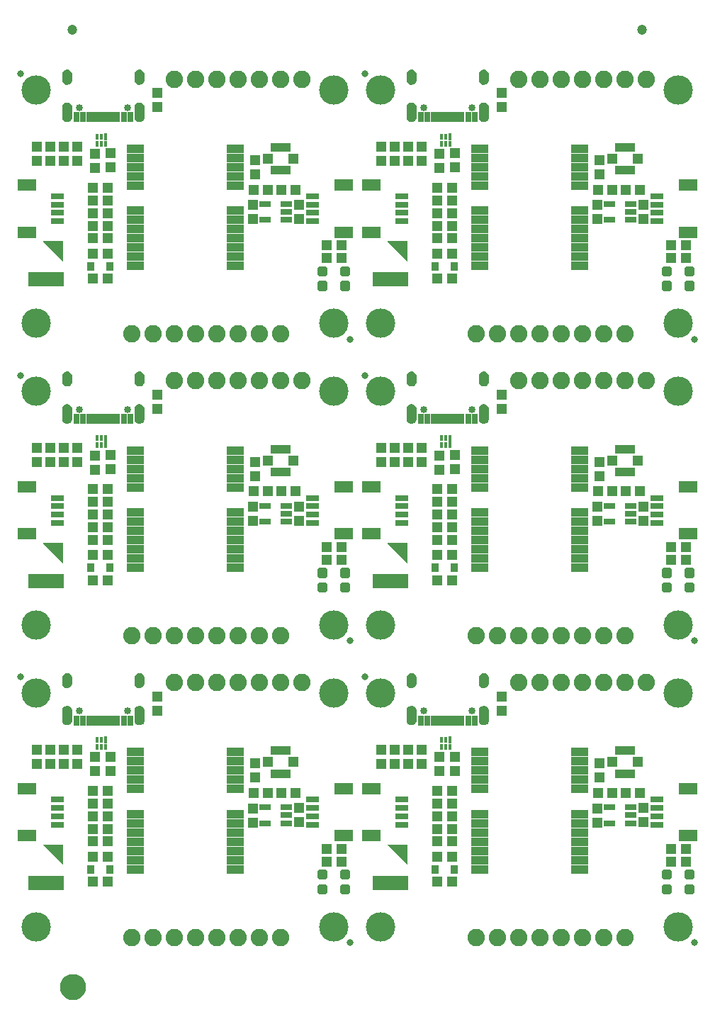
<source format=gts>
G04 EAGLE Gerber RS-274X export*
G75*
%MOMM*%
%FSLAX34Y34*%
%LPD*%
%INSoldermask Top*%
%IPPOS*%
%AMOC8*
5,1,8,0,0,1.08239X$1,22.5*%
G01*
%ADD10C,3.505200*%
%ADD11C,0.838200*%
%ADD12R,2.203200X1.403200*%
%ADD13R,1.553200X0.803200*%
%ADD14R,1.303200X1.203200*%
%ADD15R,4.200000X1.700000*%
%ADD16R,1.203200X1.303200*%
%ADD17C,0.505344*%
%ADD18R,0.833200X1.033200*%
%ADD19R,2.403200X1.053200*%
%ADD20R,1.253200X1.203200*%
%ADD21R,1.403200X0.753200*%
%ADD22C,2.082800*%
%ADD23R,0.453200X0.813200*%
%ADD24R,0.453200X0.763200*%
%ADD25R,0.503200X1.203200*%
%ADD26R,0.803200X1.203200*%
%ADD27C,0.853200*%
%ADD28R,2.003200X1.003200*%
%ADD29C,1.203200*%
%ADD30C,1.270000*%
%ADD31C,1.703200*%

G36*
X468819Y819936D02*
X468819Y819936D01*
X468846Y819938D01*
X468881Y819964D01*
X468921Y819982D01*
X468936Y820005D01*
X468958Y820021D01*
X468974Y820062D01*
X468998Y820099D01*
X469005Y820142D01*
X469008Y820151D01*
X469007Y820158D01*
X469009Y820172D01*
X469009Y844172D01*
X469004Y844188D01*
X469007Y844205D01*
X468985Y844255D01*
X468970Y844306D01*
X468957Y844317D01*
X468950Y844333D01*
X468905Y844363D01*
X468865Y844398D01*
X468848Y844401D01*
X468834Y844410D01*
X468760Y844421D01*
X444760Y844421D01*
X444718Y844409D01*
X444674Y844406D01*
X444652Y844390D01*
X444626Y844382D01*
X444597Y844349D01*
X444562Y844323D01*
X444552Y844297D01*
X444534Y844277D01*
X444527Y844233D01*
X444512Y844193D01*
X444517Y844166D01*
X444513Y844139D01*
X444531Y844098D01*
X444540Y844056D01*
X444566Y844020D01*
X444570Y844011D01*
X444575Y844007D01*
X444584Y843996D01*
X468584Y819996D01*
X468622Y819975D01*
X468655Y819946D01*
X468682Y819942D01*
X468706Y819929D01*
X468750Y819932D01*
X468793Y819925D01*
X468819Y819936D01*
G37*
G36*
X57339Y819936D02*
X57339Y819936D01*
X57366Y819938D01*
X57401Y819964D01*
X57441Y819982D01*
X57456Y820005D01*
X57478Y820021D01*
X57494Y820062D01*
X57518Y820099D01*
X57525Y820142D01*
X57528Y820151D01*
X57527Y820158D01*
X57529Y820172D01*
X57529Y844172D01*
X57524Y844188D01*
X57527Y844205D01*
X57505Y844255D01*
X57490Y844306D01*
X57477Y844317D01*
X57470Y844333D01*
X57425Y844363D01*
X57385Y844398D01*
X57368Y844401D01*
X57354Y844410D01*
X57280Y844421D01*
X33280Y844421D01*
X33238Y844409D01*
X33194Y844406D01*
X33172Y844390D01*
X33146Y844382D01*
X33117Y844349D01*
X33082Y844323D01*
X33072Y844297D01*
X33054Y844277D01*
X33047Y844233D01*
X33032Y844193D01*
X33037Y844166D01*
X33033Y844139D01*
X33051Y844098D01*
X33060Y844056D01*
X33086Y844020D01*
X33090Y844011D01*
X33095Y844007D01*
X33104Y843996D01*
X57104Y819996D01*
X57142Y819975D01*
X57175Y819946D01*
X57202Y819942D01*
X57226Y819929D01*
X57270Y819932D01*
X57313Y819925D01*
X57339Y819936D01*
G37*
G36*
X468819Y459510D02*
X468819Y459510D01*
X468846Y459512D01*
X468881Y459538D01*
X468921Y459556D01*
X468936Y459579D01*
X468958Y459595D01*
X468974Y459636D01*
X468998Y459673D01*
X469005Y459716D01*
X469008Y459725D01*
X469007Y459732D01*
X469009Y459746D01*
X469009Y483746D01*
X469004Y483762D01*
X469007Y483779D01*
X468985Y483829D01*
X468970Y483880D01*
X468957Y483891D01*
X468950Y483907D01*
X468905Y483937D01*
X468865Y483972D01*
X468848Y483975D01*
X468834Y483984D01*
X468760Y483995D01*
X444760Y483995D01*
X444718Y483983D01*
X444674Y483980D01*
X444652Y483964D01*
X444626Y483956D01*
X444597Y483923D01*
X444562Y483897D01*
X444552Y483871D01*
X444534Y483851D01*
X444527Y483807D01*
X444512Y483767D01*
X444517Y483740D01*
X444513Y483713D01*
X444531Y483672D01*
X444540Y483630D01*
X444566Y483594D01*
X444570Y483585D01*
X444575Y483581D01*
X444584Y483570D01*
X468584Y459570D01*
X468622Y459549D01*
X468655Y459520D01*
X468682Y459516D01*
X468706Y459503D01*
X468750Y459506D01*
X468793Y459499D01*
X468819Y459510D01*
G37*
G36*
X57339Y459510D02*
X57339Y459510D01*
X57366Y459512D01*
X57401Y459538D01*
X57441Y459556D01*
X57456Y459579D01*
X57478Y459595D01*
X57494Y459636D01*
X57518Y459673D01*
X57525Y459716D01*
X57528Y459725D01*
X57527Y459732D01*
X57529Y459746D01*
X57529Y483746D01*
X57524Y483762D01*
X57527Y483779D01*
X57505Y483829D01*
X57490Y483880D01*
X57477Y483891D01*
X57470Y483907D01*
X57425Y483937D01*
X57385Y483972D01*
X57368Y483975D01*
X57354Y483984D01*
X57280Y483995D01*
X33280Y483995D01*
X33238Y483983D01*
X33194Y483980D01*
X33172Y483964D01*
X33146Y483956D01*
X33117Y483923D01*
X33082Y483897D01*
X33072Y483871D01*
X33054Y483851D01*
X33047Y483807D01*
X33032Y483767D01*
X33037Y483740D01*
X33033Y483713D01*
X33051Y483672D01*
X33060Y483630D01*
X33086Y483594D01*
X33090Y483585D01*
X33095Y483581D01*
X33104Y483570D01*
X57104Y459570D01*
X57142Y459549D01*
X57175Y459520D01*
X57202Y459516D01*
X57226Y459503D01*
X57270Y459506D01*
X57313Y459499D01*
X57339Y459510D01*
G37*
G36*
X468819Y99084D02*
X468819Y99084D01*
X468846Y99086D01*
X468881Y99112D01*
X468921Y99130D01*
X468936Y99153D01*
X468958Y99169D01*
X468974Y99210D01*
X468998Y99247D01*
X469005Y99290D01*
X469008Y99299D01*
X469007Y99306D01*
X469009Y99320D01*
X469009Y123320D01*
X469004Y123336D01*
X469007Y123353D01*
X468985Y123403D01*
X468970Y123454D01*
X468957Y123465D01*
X468950Y123481D01*
X468905Y123511D01*
X468865Y123546D01*
X468848Y123549D01*
X468834Y123558D01*
X468760Y123569D01*
X444760Y123569D01*
X444718Y123557D01*
X444674Y123554D01*
X444652Y123538D01*
X444626Y123530D01*
X444597Y123497D01*
X444562Y123471D01*
X444552Y123445D01*
X444534Y123425D01*
X444527Y123381D01*
X444512Y123341D01*
X444517Y123314D01*
X444513Y123287D01*
X444531Y123246D01*
X444540Y123204D01*
X444566Y123168D01*
X444570Y123159D01*
X444575Y123155D01*
X444584Y123144D01*
X468584Y99144D01*
X468622Y99123D01*
X468655Y99094D01*
X468682Y99090D01*
X468706Y99077D01*
X468750Y99080D01*
X468793Y99073D01*
X468819Y99084D01*
G37*
G36*
X57339Y99084D02*
X57339Y99084D01*
X57366Y99086D01*
X57401Y99112D01*
X57441Y99130D01*
X57456Y99153D01*
X57478Y99169D01*
X57494Y99210D01*
X57518Y99247D01*
X57525Y99290D01*
X57528Y99299D01*
X57527Y99306D01*
X57529Y99320D01*
X57529Y123320D01*
X57524Y123336D01*
X57527Y123353D01*
X57505Y123403D01*
X57490Y123454D01*
X57477Y123465D01*
X57470Y123481D01*
X57425Y123511D01*
X57385Y123546D01*
X57368Y123549D01*
X57354Y123558D01*
X57280Y123569D01*
X33280Y123569D01*
X33238Y123557D01*
X33194Y123554D01*
X33172Y123538D01*
X33146Y123530D01*
X33117Y123497D01*
X33082Y123471D01*
X33072Y123445D01*
X33054Y123425D01*
X33047Y123381D01*
X33032Y123341D01*
X33037Y123314D01*
X33033Y123287D01*
X33051Y123246D01*
X33060Y123204D01*
X33086Y123168D01*
X33090Y123159D01*
X33095Y123155D01*
X33104Y123144D01*
X57104Y99144D01*
X57142Y99123D01*
X57175Y99094D01*
X57202Y99090D01*
X57226Y99077D01*
X57270Y99080D01*
X57313Y99073D01*
X57339Y99084D01*
G37*
G36*
X560970Y986998D02*
X560970Y986998D01*
X560975Y987003D01*
X560979Y986999D01*
X562076Y987286D01*
X562080Y987292D01*
X562085Y987289D01*
X563104Y987784D01*
X563107Y987790D01*
X563112Y987789D01*
X564015Y988473D01*
X564017Y988480D01*
X564022Y988480D01*
X564775Y989327D01*
X564775Y989334D01*
X564780Y989335D01*
X565353Y990312D01*
X565352Y990315D01*
X565353Y990316D01*
X565352Y990317D01*
X565352Y990319D01*
X565357Y990321D01*
X565728Y991392D01*
X565726Y991397D01*
X565729Y991399D01*
X565728Y991400D01*
X565730Y991401D01*
X565885Y992523D01*
X565882Y992528D01*
X565885Y992530D01*
X565885Y1004530D01*
X565882Y1004535D01*
X565885Y1004538D01*
X565680Y1005805D01*
X565674Y1005811D01*
X565677Y1005816D01*
X565195Y1007005D01*
X565188Y1007009D01*
X565190Y1007015D01*
X564456Y1008068D01*
X564448Y1008070D01*
X564449Y1008076D01*
X563499Y1008939D01*
X563490Y1008940D01*
X563490Y1008945D01*
X562371Y1009575D01*
X562363Y1009574D01*
X562361Y1009580D01*
X561131Y1009945D01*
X561123Y1009942D01*
X561120Y1009947D01*
X559839Y1010029D01*
X559833Y1010029D01*
X558552Y1009947D01*
X558546Y1009941D01*
X558541Y1009945D01*
X557311Y1009580D01*
X557306Y1009573D01*
X557301Y1009575D01*
X556182Y1008945D01*
X556179Y1008938D01*
X556173Y1008939D01*
X555223Y1008076D01*
X555222Y1008068D01*
X555216Y1008068D01*
X554482Y1007015D01*
X554482Y1007007D01*
X554477Y1007005D01*
X553995Y1005816D01*
X553997Y1005810D01*
X553993Y1005807D01*
X553994Y1005806D01*
X553992Y1005805D01*
X553787Y1004538D01*
X553790Y1004533D01*
X553787Y1004530D01*
X553787Y992530D01*
X553790Y992526D01*
X553787Y992523D01*
X553942Y991401D01*
X553947Y991396D01*
X553944Y991392D01*
X554315Y990321D01*
X554321Y990317D01*
X554319Y990312D01*
X554892Y989335D01*
X554898Y989332D01*
X554897Y989327D01*
X555650Y988480D01*
X555657Y988478D01*
X555657Y988473D01*
X556560Y987789D01*
X556567Y987789D01*
X556568Y987784D01*
X557587Y987289D01*
X557594Y987291D01*
X557596Y987286D01*
X558693Y986999D01*
X558699Y987002D01*
X558702Y986998D01*
X559833Y986931D01*
X559837Y986933D01*
X559839Y986931D01*
X560970Y986998D01*
G37*
G36*
X474570Y986998D02*
X474570Y986998D01*
X474575Y987003D01*
X474579Y986999D01*
X475676Y987286D01*
X475680Y987292D01*
X475685Y987289D01*
X476704Y987784D01*
X476707Y987790D01*
X476712Y987789D01*
X477615Y988473D01*
X477617Y988480D01*
X477622Y988480D01*
X478375Y989327D01*
X478375Y989334D01*
X478380Y989335D01*
X478953Y990312D01*
X478952Y990315D01*
X478953Y990316D01*
X478952Y990317D01*
X478952Y990319D01*
X478957Y990321D01*
X479328Y991392D01*
X479326Y991397D01*
X479329Y991399D01*
X479328Y991400D01*
X479330Y991401D01*
X479485Y992523D01*
X479482Y992528D01*
X479485Y992530D01*
X479485Y1004530D01*
X479482Y1004535D01*
X479485Y1004538D01*
X479280Y1005805D01*
X479274Y1005811D01*
X479277Y1005816D01*
X478795Y1007005D01*
X478788Y1007009D01*
X478790Y1007015D01*
X478056Y1008068D01*
X478048Y1008070D01*
X478049Y1008076D01*
X477099Y1008939D01*
X477090Y1008940D01*
X477090Y1008945D01*
X475971Y1009575D01*
X475963Y1009574D01*
X475961Y1009580D01*
X474731Y1009945D01*
X474723Y1009942D01*
X474720Y1009947D01*
X473439Y1010029D01*
X473433Y1010029D01*
X472152Y1009947D01*
X472146Y1009941D01*
X472141Y1009945D01*
X470911Y1009580D01*
X470906Y1009573D01*
X470901Y1009575D01*
X469782Y1008945D01*
X469779Y1008938D01*
X469773Y1008939D01*
X468823Y1008076D01*
X468822Y1008068D01*
X468816Y1008068D01*
X468082Y1007015D01*
X468082Y1007007D01*
X468077Y1007005D01*
X467595Y1005816D01*
X467597Y1005810D01*
X467593Y1005807D01*
X467594Y1005806D01*
X467592Y1005805D01*
X467387Y1004538D01*
X467390Y1004533D01*
X467387Y1004530D01*
X467387Y992530D01*
X467390Y992526D01*
X467387Y992523D01*
X467542Y991401D01*
X467547Y991396D01*
X467544Y991392D01*
X467915Y990321D01*
X467921Y990317D01*
X467919Y990312D01*
X468492Y989335D01*
X468498Y989332D01*
X468497Y989327D01*
X469250Y988480D01*
X469257Y988478D01*
X469257Y988473D01*
X470160Y987789D01*
X470167Y987789D01*
X470168Y987784D01*
X471187Y987289D01*
X471194Y987291D01*
X471196Y987286D01*
X472293Y986999D01*
X472299Y987002D01*
X472302Y986998D01*
X473433Y986931D01*
X473437Y986933D01*
X473439Y986931D01*
X474570Y986998D01*
G37*
G36*
X63090Y986998D02*
X63090Y986998D01*
X63095Y987003D01*
X63099Y986999D01*
X64196Y987286D01*
X64200Y987292D01*
X64205Y987289D01*
X65224Y987784D01*
X65227Y987790D01*
X65232Y987789D01*
X66135Y988473D01*
X66137Y988480D01*
X66142Y988480D01*
X66895Y989327D01*
X66895Y989334D01*
X66900Y989335D01*
X67473Y990312D01*
X67472Y990315D01*
X67473Y990316D01*
X67472Y990317D01*
X67472Y990319D01*
X67477Y990321D01*
X67848Y991392D01*
X67846Y991397D01*
X67849Y991399D01*
X67848Y991400D01*
X67850Y991401D01*
X68005Y992523D01*
X68002Y992528D01*
X68005Y992530D01*
X68005Y1004530D01*
X68002Y1004535D01*
X68005Y1004538D01*
X67800Y1005805D01*
X67794Y1005811D01*
X67797Y1005816D01*
X67315Y1007005D01*
X67308Y1007009D01*
X67310Y1007015D01*
X66576Y1008068D01*
X66568Y1008070D01*
X66569Y1008076D01*
X65619Y1008939D01*
X65610Y1008940D01*
X65610Y1008945D01*
X64491Y1009575D01*
X64483Y1009574D01*
X64481Y1009580D01*
X63251Y1009945D01*
X63243Y1009942D01*
X63240Y1009947D01*
X61959Y1010029D01*
X61953Y1010029D01*
X60672Y1009947D01*
X60666Y1009941D01*
X60661Y1009945D01*
X59431Y1009580D01*
X59426Y1009573D01*
X59421Y1009575D01*
X58302Y1008945D01*
X58299Y1008938D01*
X58293Y1008939D01*
X57343Y1008076D01*
X57342Y1008068D01*
X57336Y1008068D01*
X56602Y1007015D01*
X56602Y1007007D01*
X56597Y1007005D01*
X56115Y1005816D01*
X56117Y1005810D01*
X56113Y1005807D01*
X56114Y1005806D01*
X56112Y1005805D01*
X55907Y1004538D01*
X55910Y1004533D01*
X55907Y1004530D01*
X55907Y992530D01*
X55910Y992526D01*
X55907Y992523D01*
X56062Y991401D01*
X56067Y991396D01*
X56064Y991392D01*
X56435Y990321D01*
X56441Y990317D01*
X56439Y990312D01*
X57012Y989335D01*
X57018Y989332D01*
X57017Y989327D01*
X57770Y988480D01*
X57777Y988478D01*
X57777Y988473D01*
X58680Y987789D01*
X58687Y987789D01*
X58688Y987784D01*
X59707Y987289D01*
X59714Y987291D01*
X59716Y987286D01*
X60813Y986999D01*
X60819Y987002D01*
X60822Y986998D01*
X61953Y986931D01*
X61957Y986933D01*
X61959Y986931D01*
X63090Y986998D01*
G37*
G36*
X149490Y986998D02*
X149490Y986998D01*
X149495Y987003D01*
X149499Y986999D01*
X150596Y987286D01*
X150600Y987292D01*
X150605Y987289D01*
X151624Y987784D01*
X151627Y987790D01*
X151632Y987789D01*
X152535Y988473D01*
X152537Y988480D01*
X152542Y988480D01*
X153295Y989327D01*
X153295Y989334D01*
X153300Y989335D01*
X153873Y990312D01*
X153872Y990315D01*
X153873Y990316D01*
X153872Y990317D01*
X153872Y990319D01*
X153877Y990321D01*
X154248Y991392D01*
X154246Y991397D01*
X154249Y991399D01*
X154248Y991400D01*
X154250Y991401D01*
X154405Y992523D01*
X154402Y992528D01*
X154405Y992530D01*
X154405Y1004530D01*
X154402Y1004535D01*
X154405Y1004538D01*
X154200Y1005805D01*
X154194Y1005811D01*
X154197Y1005816D01*
X153715Y1007005D01*
X153708Y1007009D01*
X153710Y1007015D01*
X152976Y1008068D01*
X152968Y1008070D01*
X152969Y1008076D01*
X152019Y1008939D01*
X152010Y1008940D01*
X152010Y1008945D01*
X150891Y1009575D01*
X150883Y1009574D01*
X150881Y1009580D01*
X149651Y1009945D01*
X149643Y1009942D01*
X149640Y1009947D01*
X148359Y1010029D01*
X148353Y1010029D01*
X147072Y1009947D01*
X147066Y1009941D01*
X147061Y1009945D01*
X145831Y1009580D01*
X145826Y1009573D01*
X145821Y1009575D01*
X144702Y1008945D01*
X144699Y1008938D01*
X144693Y1008939D01*
X143743Y1008076D01*
X143742Y1008068D01*
X143736Y1008068D01*
X143002Y1007015D01*
X143002Y1007007D01*
X142997Y1007005D01*
X142515Y1005816D01*
X142517Y1005810D01*
X142513Y1005807D01*
X142514Y1005806D01*
X142512Y1005805D01*
X142307Y1004538D01*
X142310Y1004533D01*
X142307Y1004530D01*
X142307Y992530D01*
X142310Y992526D01*
X142307Y992523D01*
X142462Y991401D01*
X142467Y991396D01*
X142464Y991392D01*
X142835Y990321D01*
X142841Y990317D01*
X142839Y990312D01*
X143412Y989335D01*
X143418Y989332D01*
X143417Y989327D01*
X144170Y988480D01*
X144177Y988478D01*
X144177Y988473D01*
X145080Y987789D01*
X145087Y987789D01*
X145088Y987784D01*
X146107Y987289D01*
X146114Y987291D01*
X146116Y987286D01*
X147213Y986999D01*
X147219Y987002D01*
X147222Y986998D01*
X148353Y986931D01*
X148357Y986933D01*
X148359Y986931D01*
X149490Y986998D01*
G37*
G36*
X63090Y626572D02*
X63090Y626572D01*
X63095Y626577D01*
X63099Y626573D01*
X64196Y626860D01*
X64200Y626866D01*
X64205Y626863D01*
X65224Y627358D01*
X65227Y627364D01*
X65232Y627363D01*
X66135Y628047D01*
X66137Y628054D01*
X66142Y628054D01*
X66895Y628901D01*
X66895Y628908D01*
X66900Y628909D01*
X67473Y629886D01*
X67472Y629889D01*
X67473Y629890D01*
X67472Y629891D01*
X67472Y629893D01*
X67477Y629895D01*
X67848Y630966D01*
X67846Y630971D01*
X67849Y630973D01*
X67848Y630974D01*
X67850Y630975D01*
X68005Y632097D01*
X68002Y632102D01*
X68005Y632104D01*
X68005Y644104D01*
X68002Y644109D01*
X68005Y644112D01*
X67800Y645379D01*
X67794Y645385D01*
X67797Y645390D01*
X67315Y646579D01*
X67308Y646583D01*
X67310Y646589D01*
X66576Y647642D01*
X66568Y647644D01*
X66569Y647650D01*
X65619Y648513D01*
X65610Y648514D01*
X65610Y648519D01*
X64491Y649149D01*
X64483Y649148D01*
X64481Y649154D01*
X63251Y649519D01*
X63243Y649516D01*
X63240Y649521D01*
X61959Y649603D01*
X61953Y649603D01*
X60672Y649521D01*
X60666Y649515D01*
X60661Y649519D01*
X59431Y649154D01*
X59426Y649147D01*
X59421Y649149D01*
X58302Y648519D01*
X58299Y648512D01*
X58293Y648513D01*
X57343Y647650D01*
X57342Y647642D01*
X57336Y647642D01*
X56602Y646589D01*
X56602Y646581D01*
X56597Y646579D01*
X56115Y645390D01*
X56117Y645384D01*
X56113Y645381D01*
X56114Y645380D01*
X56112Y645379D01*
X55907Y644112D01*
X55910Y644107D01*
X55907Y644104D01*
X55907Y632104D01*
X55910Y632100D01*
X55907Y632097D01*
X56062Y630975D01*
X56067Y630970D01*
X56064Y630966D01*
X56435Y629895D01*
X56441Y629891D01*
X56439Y629886D01*
X57012Y628909D01*
X57018Y628906D01*
X57017Y628901D01*
X57770Y628054D01*
X57777Y628052D01*
X57777Y628047D01*
X58680Y627363D01*
X58687Y627363D01*
X58688Y627358D01*
X59707Y626863D01*
X59714Y626865D01*
X59716Y626860D01*
X60813Y626573D01*
X60819Y626576D01*
X60822Y626572D01*
X61953Y626505D01*
X61957Y626507D01*
X61959Y626505D01*
X63090Y626572D01*
G37*
G36*
X474570Y626572D02*
X474570Y626572D01*
X474575Y626577D01*
X474579Y626573D01*
X475676Y626860D01*
X475680Y626866D01*
X475685Y626863D01*
X476704Y627358D01*
X476707Y627364D01*
X476712Y627363D01*
X477615Y628047D01*
X477617Y628054D01*
X477622Y628054D01*
X478375Y628901D01*
X478375Y628908D01*
X478380Y628909D01*
X478953Y629886D01*
X478952Y629889D01*
X478953Y629890D01*
X478952Y629891D01*
X478952Y629893D01*
X478957Y629895D01*
X479328Y630966D01*
X479326Y630971D01*
X479329Y630973D01*
X479328Y630974D01*
X479330Y630975D01*
X479485Y632097D01*
X479482Y632102D01*
X479485Y632104D01*
X479485Y644104D01*
X479482Y644109D01*
X479485Y644112D01*
X479280Y645379D01*
X479274Y645385D01*
X479277Y645390D01*
X478795Y646579D01*
X478788Y646583D01*
X478790Y646589D01*
X478056Y647642D01*
X478048Y647644D01*
X478049Y647650D01*
X477099Y648513D01*
X477090Y648514D01*
X477090Y648519D01*
X475971Y649149D01*
X475963Y649148D01*
X475961Y649154D01*
X474731Y649519D01*
X474723Y649516D01*
X474720Y649521D01*
X473439Y649603D01*
X473433Y649603D01*
X472152Y649521D01*
X472146Y649515D01*
X472141Y649519D01*
X470911Y649154D01*
X470906Y649147D01*
X470901Y649149D01*
X469782Y648519D01*
X469779Y648512D01*
X469773Y648513D01*
X468823Y647650D01*
X468822Y647642D01*
X468816Y647642D01*
X468082Y646589D01*
X468082Y646581D01*
X468077Y646579D01*
X467595Y645390D01*
X467597Y645384D01*
X467593Y645381D01*
X467594Y645380D01*
X467592Y645379D01*
X467387Y644112D01*
X467390Y644107D01*
X467387Y644104D01*
X467387Y632104D01*
X467390Y632100D01*
X467387Y632097D01*
X467542Y630975D01*
X467547Y630970D01*
X467544Y630966D01*
X467915Y629895D01*
X467921Y629891D01*
X467919Y629886D01*
X468492Y628909D01*
X468498Y628906D01*
X468497Y628901D01*
X469250Y628054D01*
X469257Y628052D01*
X469257Y628047D01*
X470160Y627363D01*
X470167Y627363D01*
X470168Y627358D01*
X471187Y626863D01*
X471194Y626865D01*
X471196Y626860D01*
X472293Y626573D01*
X472299Y626576D01*
X472302Y626572D01*
X473433Y626505D01*
X473437Y626507D01*
X473439Y626505D01*
X474570Y626572D01*
G37*
G36*
X149490Y626572D02*
X149490Y626572D01*
X149495Y626577D01*
X149499Y626573D01*
X150596Y626860D01*
X150600Y626866D01*
X150605Y626863D01*
X151624Y627358D01*
X151627Y627364D01*
X151632Y627363D01*
X152535Y628047D01*
X152537Y628054D01*
X152542Y628054D01*
X153295Y628901D01*
X153295Y628908D01*
X153300Y628909D01*
X153873Y629886D01*
X153872Y629889D01*
X153873Y629890D01*
X153872Y629891D01*
X153872Y629893D01*
X153877Y629895D01*
X154248Y630966D01*
X154246Y630971D01*
X154249Y630973D01*
X154248Y630974D01*
X154250Y630975D01*
X154405Y632097D01*
X154402Y632102D01*
X154405Y632104D01*
X154405Y644104D01*
X154402Y644109D01*
X154405Y644112D01*
X154200Y645379D01*
X154194Y645385D01*
X154197Y645390D01*
X153715Y646579D01*
X153708Y646583D01*
X153710Y646589D01*
X152976Y647642D01*
X152968Y647644D01*
X152969Y647650D01*
X152019Y648513D01*
X152010Y648514D01*
X152010Y648519D01*
X150891Y649149D01*
X150883Y649148D01*
X150881Y649154D01*
X149651Y649519D01*
X149643Y649516D01*
X149640Y649521D01*
X148359Y649603D01*
X148353Y649603D01*
X147072Y649521D01*
X147066Y649515D01*
X147061Y649519D01*
X145831Y649154D01*
X145826Y649147D01*
X145821Y649149D01*
X144702Y648519D01*
X144699Y648512D01*
X144693Y648513D01*
X143743Y647650D01*
X143742Y647642D01*
X143736Y647642D01*
X143002Y646589D01*
X143002Y646581D01*
X142997Y646579D01*
X142515Y645390D01*
X142517Y645384D01*
X142513Y645381D01*
X142514Y645380D01*
X142512Y645379D01*
X142307Y644112D01*
X142310Y644107D01*
X142307Y644104D01*
X142307Y632104D01*
X142310Y632100D01*
X142307Y632097D01*
X142462Y630975D01*
X142467Y630970D01*
X142464Y630966D01*
X142835Y629895D01*
X142841Y629891D01*
X142839Y629886D01*
X143412Y628909D01*
X143418Y628906D01*
X143417Y628901D01*
X144170Y628054D01*
X144177Y628052D01*
X144177Y628047D01*
X145080Y627363D01*
X145087Y627363D01*
X145088Y627358D01*
X146107Y626863D01*
X146114Y626865D01*
X146116Y626860D01*
X147213Y626573D01*
X147219Y626576D01*
X147222Y626572D01*
X148353Y626505D01*
X148357Y626507D01*
X148359Y626505D01*
X149490Y626572D01*
G37*
G36*
X560970Y626572D02*
X560970Y626572D01*
X560975Y626577D01*
X560979Y626573D01*
X562076Y626860D01*
X562080Y626866D01*
X562085Y626863D01*
X563104Y627358D01*
X563107Y627364D01*
X563112Y627363D01*
X564015Y628047D01*
X564017Y628054D01*
X564022Y628054D01*
X564775Y628901D01*
X564775Y628908D01*
X564780Y628909D01*
X565353Y629886D01*
X565352Y629889D01*
X565353Y629890D01*
X565352Y629891D01*
X565352Y629893D01*
X565357Y629895D01*
X565728Y630966D01*
X565726Y630971D01*
X565729Y630973D01*
X565728Y630974D01*
X565730Y630975D01*
X565885Y632097D01*
X565882Y632102D01*
X565885Y632104D01*
X565885Y644104D01*
X565882Y644109D01*
X565885Y644112D01*
X565680Y645379D01*
X565674Y645385D01*
X565677Y645390D01*
X565195Y646579D01*
X565188Y646583D01*
X565190Y646589D01*
X564456Y647642D01*
X564448Y647644D01*
X564449Y647650D01*
X563499Y648513D01*
X563490Y648514D01*
X563490Y648519D01*
X562371Y649149D01*
X562363Y649148D01*
X562361Y649154D01*
X561131Y649519D01*
X561123Y649516D01*
X561120Y649521D01*
X559839Y649603D01*
X559833Y649603D01*
X558552Y649521D01*
X558546Y649515D01*
X558541Y649519D01*
X557311Y649154D01*
X557306Y649147D01*
X557301Y649149D01*
X556182Y648519D01*
X556179Y648512D01*
X556173Y648513D01*
X555223Y647650D01*
X555222Y647642D01*
X555216Y647642D01*
X554482Y646589D01*
X554482Y646581D01*
X554477Y646579D01*
X553995Y645390D01*
X553997Y645384D01*
X553993Y645381D01*
X553994Y645380D01*
X553992Y645379D01*
X553787Y644112D01*
X553790Y644107D01*
X553787Y644104D01*
X553787Y632104D01*
X553790Y632100D01*
X553787Y632097D01*
X553942Y630975D01*
X553947Y630970D01*
X553944Y630966D01*
X554315Y629895D01*
X554321Y629891D01*
X554319Y629886D01*
X554892Y628909D01*
X554898Y628906D01*
X554897Y628901D01*
X555650Y628054D01*
X555657Y628052D01*
X555657Y628047D01*
X556560Y627363D01*
X556567Y627363D01*
X556568Y627358D01*
X557587Y626863D01*
X557594Y626865D01*
X557596Y626860D01*
X558693Y626573D01*
X558699Y626576D01*
X558702Y626572D01*
X559833Y626505D01*
X559837Y626507D01*
X559839Y626505D01*
X560970Y626572D01*
G37*
G36*
X63090Y266146D02*
X63090Y266146D01*
X63095Y266151D01*
X63099Y266147D01*
X64196Y266434D01*
X64200Y266440D01*
X64205Y266437D01*
X65224Y266932D01*
X65227Y266938D01*
X65232Y266937D01*
X66135Y267621D01*
X66137Y267628D01*
X66142Y267628D01*
X66895Y268475D01*
X66895Y268482D01*
X66900Y268483D01*
X67473Y269460D01*
X67472Y269463D01*
X67473Y269464D01*
X67472Y269465D01*
X67472Y269467D01*
X67477Y269469D01*
X67848Y270540D01*
X67846Y270545D01*
X67849Y270547D01*
X67848Y270548D01*
X67850Y270549D01*
X68005Y271671D01*
X68002Y271676D01*
X68005Y271678D01*
X68005Y283678D01*
X68002Y283683D01*
X68005Y283686D01*
X67800Y284953D01*
X67794Y284959D01*
X67797Y284964D01*
X67315Y286153D01*
X67308Y286157D01*
X67310Y286163D01*
X66576Y287216D01*
X66568Y287218D01*
X66569Y287224D01*
X65619Y288087D01*
X65610Y288088D01*
X65610Y288093D01*
X64491Y288723D01*
X64483Y288722D01*
X64481Y288728D01*
X63251Y289093D01*
X63243Y289090D01*
X63240Y289095D01*
X61959Y289177D01*
X61953Y289177D01*
X60672Y289095D01*
X60666Y289089D01*
X60661Y289093D01*
X59431Y288728D01*
X59426Y288721D01*
X59421Y288723D01*
X58302Y288093D01*
X58299Y288086D01*
X58293Y288087D01*
X57343Y287224D01*
X57342Y287216D01*
X57336Y287216D01*
X56602Y286163D01*
X56602Y286155D01*
X56597Y286153D01*
X56115Y284964D01*
X56117Y284958D01*
X56113Y284955D01*
X56114Y284954D01*
X56112Y284953D01*
X55907Y283686D01*
X55910Y283681D01*
X55907Y283678D01*
X55907Y271678D01*
X55910Y271674D01*
X55907Y271671D01*
X56062Y270549D01*
X56067Y270544D01*
X56064Y270540D01*
X56435Y269469D01*
X56441Y269465D01*
X56439Y269460D01*
X57012Y268483D01*
X57018Y268480D01*
X57017Y268475D01*
X57770Y267628D01*
X57777Y267626D01*
X57777Y267621D01*
X58680Y266937D01*
X58687Y266937D01*
X58688Y266932D01*
X59707Y266437D01*
X59714Y266439D01*
X59716Y266434D01*
X60813Y266147D01*
X60819Y266150D01*
X60822Y266146D01*
X61953Y266079D01*
X61957Y266081D01*
X61959Y266079D01*
X63090Y266146D01*
G37*
G36*
X560970Y266146D02*
X560970Y266146D01*
X560975Y266151D01*
X560979Y266147D01*
X562076Y266434D01*
X562080Y266440D01*
X562085Y266437D01*
X563104Y266932D01*
X563107Y266938D01*
X563112Y266937D01*
X564015Y267621D01*
X564017Y267628D01*
X564022Y267628D01*
X564775Y268475D01*
X564775Y268482D01*
X564780Y268483D01*
X565353Y269460D01*
X565352Y269463D01*
X565353Y269464D01*
X565352Y269465D01*
X565352Y269467D01*
X565357Y269469D01*
X565728Y270540D01*
X565726Y270545D01*
X565729Y270547D01*
X565728Y270548D01*
X565730Y270549D01*
X565885Y271671D01*
X565882Y271676D01*
X565885Y271678D01*
X565885Y283678D01*
X565882Y283683D01*
X565885Y283686D01*
X565680Y284953D01*
X565674Y284959D01*
X565677Y284964D01*
X565195Y286153D01*
X565188Y286157D01*
X565190Y286163D01*
X564456Y287216D01*
X564448Y287218D01*
X564449Y287224D01*
X563499Y288087D01*
X563490Y288088D01*
X563490Y288093D01*
X562371Y288723D01*
X562363Y288722D01*
X562361Y288728D01*
X561131Y289093D01*
X561123Y289090D01*
X561120Y289095D01*
X559839Y289177D01*
X559833Y289177D01*
X558552Y289095D01*
X558546Y289089D01*
X558541Y289093D01*
X557311Y288728D01*
X557306Y288721D01*
X557301Y288723D01*
X556182Y288093D01*
X556179Y288086D01*
X556173Y288087D01*
X555223Y287224D01*
X555222Y287216D01*
X555216Y287216D01*
X554482Y286163D01*
X554482Y286155D01*
X554477Y286153D01*
X553995Y284964D01*
X553997Y284958D01*
X553993Y284955D01*
X553994Y284954D01*
X553992Y284953D01*
X553787Y283686D01*
X553790Y283681D01*
X553787Y283678D01*
X553787Y271678D01*
X553790Y271674D01*
X553787Y271671D01*
X553942Y270549D01*
X553947Y270544D01*
X553944Y270540D01*
X554315Y269469D01*
X554321Y269465D01*
X554319Y269460D01*
X554892Y268483D01*
X554898Y268480D01*
X554897Y268475D01*
X555650Y267628D01*
X555657Y267626D01*
X555657Y267621D01*
X556560Y266937D01*
X556567Y266937D01*
X556568Y266932D01*
X557587Y266437D01*
X557594Y266439D01*
X557596Y266434D01*
X558693Y266147D01*
X558699Y266150D01*
X558702Y266146D01*
X559833Y266079D01*
X559837Y266081D01*
X559839Y266079D01*
X560970Y266146D01*
G37*
G36*
X474570Y266146D02*
X474570Y266146D01*
X474575Y266151D01*
X474579Y266147D01*
X475676Y266434D01*
X475680Y266440D01*
X475685Y266437D01*
X476704Y266932D01*
X476707Y266938D01*
X476712Y266937D01*
X477615Y267621D01*
X477617Y267628D01*
X477622Y267628D01*
X478375Y268475D01*
X478375Y268482D01*
X478380Y268483D01*
X478953Y269460D01*
X478952Y269463D01*
X478953Y269464D01*
X478952Y269465D01*
X478952Y269467D01*
X478957Y269469D01*
X479328Y270540D01*
X479326Y270545D01*
X479329Y270547D01*
X479328Y270548D01*
X479330Y270549D01*
X479485Y271671D01*
X479482Y271676D01*
X479485Y271678D01*
X479485Y283678D01*
X479482Y283683D01*
X479485Y283686D01*
X479280Y284953D01*
X479274Y284959D01*
X479277Y284964D01*
X478795Y286153D01*
X478788Y286157D01*
X478790Y286163D01*
X478056Y287216D01*
X478048Y287218D01*
X478049Y287224D01*
X477099Y288087D01*
X477090Y288088D01*
X477090Y288093D01*
X475971Y288723D01*
X475963Y288722D01*
X475961Y288728D01*
X474731Y289093D01*
X474723Y289090D01*
X474720Y289095D01*
X473439Y289177D01*
X473433Y289177D01*
X472152Y289095D01*
X472146Y289089D01*
X472141Y289093D01*
X470911Y288728D01*
X470906Y288721D01*
X470901Y288723D01*
X469782Y288093D01*
X469779Y288086D01*
X469773Y288087D01*
X468823Y287224D01*
X468822Y287216D01*
X468816Y287216D01*
X468082Y286163D01*
X468082Y286155D01*
X468077Y286153D01*
X467595Y284964D01*
X467597Y284958D01*
X467593Y284955D01*
X467594Y284954D01*
X467592Y284953D01*
X467387Y283686D01*
X467390Y283681D01*
X467387Y283678D01*
X467387Y271678D01*
X467390Y271674D01*
X467387Y271671D01*
X467542Y270549D01*
X467547Y270544D01*
X467544Y270540D01*
X467915Y269469D01*
X467921Y269465D01*
X467919Y269460D01*
X468492Y268483D01*
X468498Y268480D01*
X468497Y268475D01*
X469250Y267628D01*
X469257Y267626D01*
X469257Y267621D01*
X470160Y266937D01*
X470167Y266937D01*
X470168Y266932D01*
X471187Y266437D01*
X471194Y266439D01*
X471196Y266434D01*
X472293Y266147D01*
X472299Y266150D01*
X472302Y266146D01*
X473433Y266079D01*
X473437Y266081D01*
X473439Y266079D01*
X474570Y266146D01*
G37*
G36*
X149490Y266146D02*
X149490Y266146D01*
X149495Y266151D01*
X149499Y266147D01*
X150596Y266434D01*
X150600Y266440D01*
X150605Y266437D01*
X151624Y266932D01*
X151627Y266938D01*
X151632Y266937D01*
X152535Y267621D01*
X152537Y267628D01*
X152542Y267628D01*
X153295Y268475D01*
X153295Y268482D01*
X153300Y268483D01*
X153873Y269460D01*
X153872Y269463D01*
X153873Y269464D01*
X153872Y269465D01*
X153872Y269467D01*
X153877Y269469D01*
X154248Y270540D01*
X154246Y270545D01*
X154249Y270547D01*
X154248Y270548D01*
X154250Y270549D01*
X154405Y271671D01*
X154402Y271676D01*
X154405Y271678D01*
X154405Y283678D01*
X154402Y283683D01*
X154405Y283686D01*
X154200Y284953D01*
X154194Y284959D01*
X154197Y284964D01*
X153715Y286153D01*
X153708Y286157D01*
X153710Y286163D01*
X152976Y287216D01*
X152968Y287218D01*
X152969Y287224D01*
X152019Y288087D01*
X152010Y288088D01*
X152010Y288093D01*
X150891Y288723D01*
X150883Y288722D01*
X150881Y288728D01*
X149651Y289093D01*
X149643Y289090D01*
X149640Y289095D01*
X148359Y289177D01*
X148353Y289177D01*
X147072Y289095D01*
X147066Y289089D01*
X147061Y289093D01*
X145831Y288728D01*
X145826Y288721D01*
X145821Y288723D01*
X144702Y288093D01*
X144699Y288086D01*
X144693Y288087D01*
X143743Y287224D01*
X143742Y287216D01*
X143736Y287216D01*
X143002Y286163D01*
X143002Y286155D01*
X142997Y286153D01*
X142515Y284964D01*
X142517Y284958D01*
X142513Y284955D01*
X142514Y284954D01*
X142512Y284953D01*
X142307Y283686D01*
X142310Y283681D01*
X142307Y283678D01*
X142307Y271678D01*
X142310Y271674D01*
X142307Y271671D01*
X142462Y270549D01*
X142467Y270544D01*
X142464Y270540D01*
X142835Y269469D01*
X142841Y269465D01*
X142839Y269460D01*
X143412Y268483D01*
X143418Y268480D01*
X143417Y268475D01*
X144170Y267628D01*
X144177Y267626D01*
X144177Y267621D01*
X145080Y266937D01*
X145087Y266937D01*
X145088Y266932D01*
X146107Y266437D01*
X146114Y266439D01*
X146116Y266434D01*
X147213Y266147D01*
X147219Y266150D01*
X147222Y266146D01*
X148353Y266079D01*
X148357Y266081D01*
X148359Y266079D01*
X149490Y266146D01*
G37*
G36*
X148358Y1031235D02*
X148358Y1031235D01*
X148362Y1031231D01*
X149702Y1031388D01*
X149708Y1031393D01*
X149713Y1031390D01*
X150984Y1031841D01*
X150989Y1031848D01*
X150994Y1031846D01*
X152133Y1032568D01*
X152136Y1032576D01*
X152142Y1032575D01*
X153092Y1033533D01*
X153093Y1033541D01*
X153099Y1033542D01*
X153812Y1034687D01*
X153811Y1034696D01*
X153817Y1034697D01*
X154257Y1035973D01*
X154255Y1035980D01*
X154259Y1035983D01*
X154405Y1037325D01*
X154403Y1037328D01*
X154405Y1037330D01*
X154405Y1043330D01*
X154403Y1043334D01*
X154405Y1043336D01*
X154250Y1044665D01*
X154244Y1044671D01*
X154247Y1044675D01*
X153800Y1045936D01*
X153793Y1045941D01*
X153795Y1045946D01*
X153078Y1047076D01*
X153071Y1047079D01*
X153072Y1047085D01*
X152122Y1048027D01*
X152113Y1048028D01*
X152113Y1048034D01*
X150977Y1048741D01*
X150969Y1048740D01*
X150967Y1048746D01*
X149702Y1049182D01*
X149694Y1049180D01*
X149692Y1049185D01*
X148361Y1049329D01*
X148355Y1049325D01*
X148351Y1049329D01*
X147185Y1049219D01*
X147180Y1049214D01*
X147176Y1049217D01*
X146053Y1048882D01*
X146049Y1048876D01*
X146045Y1048878D01*
X145009Y1048330D01*
X145006Y1048324D01*
X145001Y1048325D01*
X144093Y1047586D01*
X144091Y1047579D01*
X144086Y1047579D01*
X143339Y1046677D01*
X143339Y1046670D01*
X143334Y1046669D01*
X142777Y1045638D01*
X142778Y1045631D01*
X142773Y1045629D01*
X142429Y1044510D01*
X142431Y1044503D01*
X142427Y1044500D01*
X142307Y1043335D01*
X142309Y1043332D01*
X142307Y1043330D01*
X142307Y1037330D01*
X142309Y1037327D01*
X142307Y1037325D01*
X142418Y1036149D01*
X142423Y1036144D01*
X142420Y1036140D01*
X142758Y1035008D01*
X142764Y1035004D01*
X142762Y1034999D01*
X143314Y1033955D01*
X143321Y1033952D01*
X143319Y1033947D01*
X144065Y1033031D01*
X144072Y1033030D01*
X144072Y1033024D01*
X144982Y1032271D01*
X144989Y1032271D01*
X144990Y1032266D01*
X146029Y1031705D01*
X146036Y1031706D01*
X146038Y1031701D01*
X147167Y1031354D01*
X147173Y1031356D01*
X147176Y1031352D01*
X148351Y1031231D01*
X148358Y1031235D01*
G37*
G36*
X61958Y1031235D02*
X61958Y1031235D01*
X61962Y1031231D01*
X63302Y1031388D01*
X63308Y1031393D01*
X63313Y1031390D01*
X64584Y1031841D01*
X64589Y1031848D01*
X64594Y1031846D01*
X65733Y1032568D01*
X65736Y1032576D01*
X65742Y1032575D01*
X66692Y1033533D01*
X66693Y1033541D01*
X66699Y1033542D01*
X67412Y1034687D01*
X67411Y1034696D01*
X67417Y1034697D01*
X67857Y1035973D01*
X67855Y1035980D01*
X67859Y1035983D01*
X68005Y1037325D01*
X68003Y1037328D01*
X68005Y1037330D01*
X68005Y1043330D01*
X68003Y1043334D01*
X68005Y1043336D01*
X67850Y1044665D01*
X67844Y1044671D01*
X67847Y1044675D01*
X67400Y1045936D01*
X67393Y1045941D01*
X67395Y1045946D01*
X66678Y1047076D01*
X66671Y1047079D01*
X66672Y1047085D01*
X65722Y1048027D01*
X65713Y1048028D01*
X65713Y1048034D01*
X64577Y1048741D01*
X64569Y1048740D01*
X64567Y1048746D01*
X63302Y1049182D01*
X63294Y1049180D01*
X63292Y1049185D01*
X61961Y1049329D01*
X61955Y1049325D01*
X61951Y1049329D01*
X60785Y1049219D01*
X60780Y1049214D01*
X60776Y1049217D01*
X59653Y1048882D01*
X59649Y1048876D01*
X59645Y1048878D01*
X58609Y1048330D01*
X58606Y1048324D01*
X58601Y1048325D01*
X57693Y1047586D01*
X57691Y1047579D01*
X57686Y1047579D01*
X56939Y1046677D01*
X56939Y1046670D01*
X56934Y1046669D01*
X56377Y1045638D01*
X56378Y1045631D01*
X56373Y1045629D01*
X56029Y1044510D01*
X56031Y1044503D01*
X56027Y1044500D01*
X55907Y1043335D01*
X55909Y1043332D01*
X55907Y1043330D01*
X55907Y1037330D01*
X55909Y1037327D01*
X55907Y1037325D01*
X56018Y1036149D01*
X56023Y1036144D01*
X56020Y1036140D01*
X56358Y1035008D01*
X56364Y1035004D01*
X56362Y1034999D01*
X56914Y1033955D01*
X56921Y1033952D01*
X56919Y1033947D01*
X57665Y1033031D01*
X57672Y1033030D01*
X57672Y1033024D01*
X58582Y1032271D01*
X58589Y1032271D01*
X58590Y1032266D01*
X59629Y1031705D01*
X59636Y1031706D01*
X59638Y1031701D01*
X60767Y1031354D01*
X60773Y1031356D01*
X60776Y1031352D01*
X61951Y1031231D01*
X61958Y1031235D01*
G37*
G36*
X473438Y1031235D02*
X473438Y1031235D01*
X473442Y1031231D01*
X474782Y1031388D01*
X474788Y1031393D01*
X474793Y1031390D01*
X476064Y1031841D01*
X476069Y1031848D01*
X476074Y1031846D01*
X477213Y1032568D01*
X477216Y1032576D01*
X477222Y1032575D01*
X478172Y1033533D01*
X478173Y1033541D01*
X478179Y1033542D01*
X478892Y1034687D01*
X478891Y1034696D01*
X478897Y1034697D01*
X479337Y1035973D01*
X479335Y1035980D01*
X479339Y1035983D01*
X479485Y1037325D01*
X479483Y1037328D01*
X479485Y1037330D01*
X479485Y1043330D01*
X479483Y1043334D01*
X479485Y1043336D01*
X479330Y1044665D01*
X479324Y1044671D01*
X479327Y1044675D01*
X478880Y1045936D01*
X478873Y1045941D01*
X478875Y1045946D01*
X478158Y1047076D01*
X478151Y1047079D01*
X478152Y1047085D01*
X477202Y1048027D01*
X477193Y1048028D01*
X477193Y1048034D01*
X476057Y1048741D01*
X476049Y1048740D01*
X476047Y1048746D01*
X474782Y1049182D01*
X474774Y1049180D01*
X474772Y1049185D01*
X473441Y1049329D01*
X473435Y1049325D01*
X473431Y1049329D01*
X472265Y1049219D01*
X472260Y1049214D01*
X472256Y1049217D01*
X471133Y1048882D01*
X471129Y1048876D01*
X471125Y1048878D01*
X470089Y1048330D01*
X470086Y1048324D01*
X470081Y1048325D01*
X469173Y1047586D01*
X469171Y1047579D01*
X469166Y1047579D01*
X468419Y1046677D01*
X468419Y1046670D01*
X468414Y1046669D01*
X467857Y1045638D01*
X467858Y1045631D01*
X467853Y1045629D01*
X467509Y1044510D01*
X467511Y1044503D01*
X467507Y1044500D01*
X467387Y1043335D01*
X467389Y1043332D01*
X467387Y1043330D01*
X467387Y1037330D01*
X467389Y1037327D01*
X467387Y1037325D01*
X467498Y1036149D01*
X467503Y1036144D01*
X467500Y1036140D01*
X467838Y1035008D01*
X467844Y1035004D01*
X467842Y1034999D01*
X468394Y1033955D01*
X468401Y1033952D01*
X468399Y1033947D01*
X469145Y1033031D01*
X469152Y1033030D01*
X469152Y1033024D01*
X470062Y1032271D01*
X470069Y1032271D01*
X470070Y1032266D01*
X471109Y1031705D01*
X471116Y1031706D01*
X471118Y1031701D01*
X472247Y1031354D01*
X472253Y1031356D01*
X472256Y1031352D01*
X473431Y1031231D01*
X473438Y1031235D01*
G37*
G36*
X559838Y1031235D02*
X559838Y1031235D01*
X559842Y1031231D01*
X561182Y1031388D01*
X561188Y1031393D01*
X561193Y1031390D01*
X562464Y1031841D01*
X562469Y1031848D01*
X562474Y1031846D01*
X563613Y1032568D01*
X563616Y1032576D01*
X563622Y1032575D01*
X564572Y1033533D01*
X564573Y1033541D01*
X564579Y1033542D01*
X565292Y1034687D01*
X565291Y1034696D01*
X565297Y1034697D01*
X565737Y1035973D01*
X565735Y1035980D01*
X565739Y1035983D01*
X565885Y1037325D01*
X565883Y1037328D01*
X565885Y1037330D01*
X565885Y1043330D01*
X565883Y1043334D01*
X565885Y1043336D01*
X565730Y1044665D01*
X565724Y1044671D01*
X565727Y1044675D01*
X565280Y1045936D01*
X565273Y1045941D01*
X565275Y1045946D01*
X564558Y1047076D01*
X564551Y1047079D01*
X564552Y1047085D01*
X563602Y1048027D01*
X563593Y1048028D01*
X563593Y1048034D01*
X562457Y1048741D01*
X562449Y1048740D01*
X562447Y1048746D01*
X561182Y1049182D01*
X561174Y1049180D01*
X561172Y1049185D01*
X559841Y1049329D01*
X559835Y1049325D01*
X559831Y1049329D01*
X558665Y1049219D01*
X558660Y1049214D01*
X558656Y1049217D01*
X557533Y1048882D01*
X557529Y1048876D01*
X557525Y1048878D01*
X556489Y1048330D01*
X556486Y1048324D01*
X556481Y1048325D01*
X555573Y1047586D01*
X555571Y1047579D01*
X555566Y1047579D01*
X554819Y1046677D01*
X554819Y1046670D01*
X554814Y1046669D01*
X554257Y1045638D01*
X554258Y1045631D01*
X554253Y1045629D01*
X553909Y1044510D01*
X553911Y1044503D01*
X553907Y1044500D01*
X553787Y1043335D01*
X553789Y1043332D01*
X553787Y1043330D01*
X553787Y1037330D01*
X553789Y1037327D01*
X553787Y1037325D01*
X553898Y1036149D01*
X553903Y1036144D01*
X553900Y1036140D01*
X554238Y1035008D01*
X554244Y1035004D01*
X554242Y1034999D01*
X554794Y1033955D01*
X554801Y1033952D01*
X554799Y1033947D01*
X555545Y1033031D01*
X555552Y1033030D01*
X555552Y1033024D01*
X556462Y1032271D01*
X556469Y1032271D01*
X556470Y1032266D01*
X557509Y1031705D01*
X557516Y1031706D01*
X557518Y1031701D01*
X558647Y1031354D01*
X558653Y1031356D01*
X558656Y1031352D01*
X559831Y1031231D01*
X559838Y1031235D01*
G37*
G36*
X559838Y670809D02*
X559838Y670809D01*
X559842Y670805D01*
X561182Y670962D01*
X561188Y670967D01*
X561193Y670964D01*
X562464Y671415D01*
X562469Y671422D01*
X562474Y671420D01*
X563613Y672142D01*
X563616Y672150D01*
X563622Y672149D01*
X564572Y673107D01*
X564573Y673115D01*
X564579Y673116D01*
X565292Y674261D01*
X565291Y674270D01*
X565297Y674271D01*
X565737Y675547D01*
X565735Y675554D01*
X565739Y675557D01*
X565885Y676899D01*
X565883Y676902D01*
X565885Y676904D01*
X565885Y682904D01*
X565883Y682908D01*
X565885Y682910D01*
X565730Y684239D01*
X565724Y684245D01*
X565727Y684249D01*
X565280Y685510D01*
X565273Y685515D01*
X565275Y685520D01*
X564558Y686650D01*
X564551Y686653D01*
X564552Y686659D01*
X563602Y687601D01*
X563593Y687602D01*
X563593Y687608D01*
X562457Y688315D01*
X562449Y688314D01*
X562447Y688320D01*
X561182Y688756D01*
X561174Y688754D01*
X561172Y688759D01*
X559841Y688903D01*
X559835Y688899D01*
X559831Y688903D01*
X558665Y688793D01*
X558660Y688788D01*
X558656Y688791D01*
X557533Y688456D01*
X557529Y688450D01*
X557525Y688452D01*
X556489Y687904D01*
X556486Y687898D01*
X556481Y687899D01*
X555573Y687160D01*
X555571Y687153D01*
X555566Y687153D01*
X554819Y686251D01*
X554819Y686244D01*
X554814Y686243D01*
X554257Y685212D01*
X554258Y685205D01*
X554253Y685203D01*
X553909Y684084D01*
X553911Y684077D01*
X553907Y684074D01*
X553787Y682909D01*
X553789Y682906D01*
X553787Y682904D01*
X553787Y676904D01*
X553789Y676901D01*
X553787Y676899D01*
X553898Y675723D01*
X553903Y675718D01*
X553900Y675714D01*
X554238Y674582D01*
X554244Y674578D01*
X554242Y674573D01*
X554794Y673529D01*
X554801Y673526D01*
X554799Y673521D01*
X555545Y672605D01*
X555552Y672604D01*
X555552Y672598D01*
X556462Y671845D01*
X556469Y671845D01*
X556470Y671840D01*
X557509Y671279D01*
X557516Y671280D01*
X557518Y671275D01*
X558647Y670928D01*
X558653Y670930D01*
X558656Y670926D01*
X559831Y670805D01*
X559838Y670809D01*
G37*
G36*
X148358Y670809D02*
X148358Y670809D01*
X148362Y670805D01*
X149702Y670962D01*
X149708Y670967D01*
X149713Y670964D01*
X150984Y671415D01*
X150989Y671422D01*
X150994Y671420D01*
X152133Y672142D01*
X152136Y672150D01*
X152142Y672149D01*
X153092Y673107D01*
X153093Y673115D01*
X153099Y673116D01*
X153812Y674261D01*
X153811Y674270D01*
X153817Y674271D01*
X154257Y675547D01*
X154255Y675554D01*
X154259Y675557D01*
X154405Y676899D01*
X154403Y676902D01*
X154405Y676904D01*
X154405Y682904D01*
X154403Y682908D01*
X154405Y682910D01*
X154250Y684239D01*
X154244Y684245D01*
X154247Y684249D01*
X153800Y685510D01*
X153793Y685515D01*
X153795Y685520D01*
X153078Y686650D01*
X153071Y686653D01*
X153072Y686659D01*
X152122Y687601D01*
X152113Y687602D01*
X152113Y687608D01*
X150977Y688315D01*
X150969Y688314D01*
X150967Y688320D01*
X149702Y688756D01*
X149694Y688754D01*
X149692Y688759D01*
X148361Y688903D01*
X148355Y688899D01*
X148351Y688903D01*
X147185Y688793D01*
X147180Y688788D01*
X147176Y688791D01*
X146053Y688456D01*
X146049Y688450D01*
X146045Y688452D01*
X145009Y687904D01*
X145006Y687898D01*
X145001Y687899D01*
X144093Y687160D01*
X144091Y687153D01*
X144086Y687153D01*
X143339Y686251D01*
X143339Y686244D01*
X143334Y686243D01*
X142777Y685212D01*
X142778Y685205D01*
X142773Y685203D01*
X142429Y684084D01*
X142431Y684077D01*
X142427Y684074D01*
X142307Y682909D01*
X142309Y682906D01*
X142307Y682904D01*
X142307Y676904D01*
X142309Y676901D01*
X142307Y676899D01*
X142418Y675723D01*
X142423Y675718D01*
X142420Y675714D01*
X142758Y674582D01*
X142764Y674578D01*
X142762Y674573D01*
X143314Y673529D01*
X143321Y673526D01*
X143319Y673521D01*
X144065Y672605D01*
X144072Y672604D01*
X144072Y672598D01*
X144982Y671845D01*
X144989Y671845D01*
X144990Y671840D01*
X146029Y671279D01*
X146036Y671280D01*
X146038Y671275D01*
X147167Y670928D01*
X147173Y670930D01*
X147176Y670926D01*
X148351Y670805D01*
X148358Y670809D01*
G37*
G36*
X61958Y670809D02*
X61958Y670809D01*
X61962Y670805D01*
X63302Y670962D01*
X63308Y670967D01*
X63313Y670964D01*
X64584Y671415D01*
X64589Y671422D01*
X64594Y671420D01*
X65733Y672142D01*
X65736Y672150D01*
X65742Y672149D01*
X66692Y673107D01*
X66693Y673115D01*
X66699Y673116D01*
X67412Y674261D01*
X67411Y674270D01*
X67417Y674271D01*
X67857Y675547D01*
X67855Y675554D01*
X67859Y675557D01*
X68005Y676899D01*
X68003Y676902D01*
X68005Y676904D01*
X68005Y682904D01*
X68003Y682908D01*
X68005Y682910D01*
X67850Y684239D01*
X67844Y684245D01*
X67847Y684249D01*
X67400Y685510D01*
X67393Y685515D01*
X67395Y685520D01*
X66678Y686650D01*
X66671Y686653D01*
X66672Y686659D01*
X65722Y687601D01*
X65713Y687602D01*
X65713Y687608D01*
X64577Y688315D01*
X64569Y688314D01*
X64567Y688320D01*
X63302Y688756D01*
X63294Y688754D01*
X63292Y688759D01*
X61961Y688903D01*
X61955Y688899D01*
X61951Y688903D01*
X60785Y688793D01*
X60780Y688788D01*
X60776Y688791D01*
X59653Y688456D01*
X59649Y688450D01*
X59645Y688452D01*
X58609Y687904D01*
X58606Y687898D01*
X58601Y687899D01*
X57693Y687160D01*
X57691Y687153D01*
X57686Y687153D01*
X56939Y686251D01*
X56939Y686244D01*
X56934Y686243D01*
X56377Y685212D01*
X56378Y685205D01*
X56373Y685203D01*
X56029Y684084D01*
X56031Y684077D01*
X56027Y684074D01*
X55907Y682909D01*
X55909Y682906D01*
X55907Y682904D01*
X55907Y676904D01*
X55909Y676901D01*
X55907Y676899D01*
X56018Y675723D01*
X56023Y675718D01*
X56020Y675714D01*
X56358Y674582D01*
X56364Y674578D01*
X56362Y674573D01*
X56914Y673529D01*
X56921Y673526D01*
X56919Y673521D01*
X57665Y672605D01*
X57672Y672604D01*
X57672Y672598D01*
X58582Y671845D01*
X58589Y671845D01*
X58590Y671840D01*
X59629Y671279D01*
X59636Y671280D01*
X59638Y671275D01*
X60767Y670928D01*
X60773Y670930D01*
X60776Y670926D01*
X61951Y670805D01*
X61958Y670809D01*
G37*
G36*
X473438Y670809D02*
X473438Y670809D01*
X473442Y670805D01*
X474782Y670962D01*
X474788Y670967D01*
X474793Y670964D01*
X476064Y671415D01*
X476069Y671422D01*
X476074Y671420D01*
X477213Y672142D01*
X477216Y672150D01*
X477222Y672149D01*
X478172Y673107D01*
X478173Y673115D01*
X478179Y673116D01*
X478892Y674261D01*
X478891Y674270D01*
X478897Y674271D01*
X479337Y675547D01*
X479335Y675554D01*
X479339Y675557D01*
X479485Y676899D01*
X479483Y676902D01*
X479485Y676904D01*
X479485Y682904D01*
X479483Y682908D01*
X479485Y682910D01*
X479330Y684239D01*
X479324Y684245D01*
X479327Y684249D01*
X478880Y685510D01*
X478873Y685515D01*
X478875Y685520D01*
X478158Y686650D01*
X478151Y686653D01*
X478152Y686659D01*
X477202Y687601D01*
X477193Y687602D01*
X477193Y687608D01*
X476057Y688315D01*
X476049Y688314D01*
X476047Y688320D01*
X474782Y688756D01*
X474774Y688754D01*
X474772Y688759D01*
X473441Y688903D01*
X473435Y688899D01*
X473431Y688903D01*
X472265Y688793D01*
X472260Y688788D01*
X472256Y688791D01*
X471133Y688456D01*
X471129Y688450D01*
X471125Y688452D01*
X470089Y687904D01*
X470086Y687898D01*
X470081Y687899D01*
X469173Y687160D01*
X469171Y687153D01*
X469166Y687153D01*
X468419Y686251D01*
X468419Y686244D01*
X468414Y686243D01*
X467857Y685212D01*
X467858Y685205D01*
X467853Y685203D01*
X467509Y684084D01*
X467511Y684077D01*
X467507Y684074D01*
X467387Y682909D01*
X467389Y682906D01*
X467387Y682904D01*
X467387Y676904D01*
X467389Y676901D01*
X467387Y676899D01*
X467498Y675723D01*
X467503Y675718D01*
X467500Y675714D01*
X467838Y674582D01*
X467844Y674578D01*
X467842Y674573D01*
X468394Y673529D01*
X468401Y673526D01*
X468399Y673521D01*
X469145Y672605D01*
X469152Y672604D01*
X469152Y672598D01*
X470062Y671845D01*
X470069Y671845D01*
X470070Y671840D01*
X471109Y671279D01*
X471116Y671280D01*
X471118Y671275D01*
X472247Y670928D01*
X472253Y670930D01*
X472256Y670926D01*
X473431Y670805D01*
X473438Y670809D01*
G37*
G36*
X148358Y310383D02*
X148358Y310383D01*
X148362Y310379D01*
X149702Y310536D01*
X149708Y310541D01*
X149713Y310538D01*
X150984Y310989D01*
X150989Y310996D01*
X150994Y310994D01*
X152133Y311716D01*
X152136Y311724D01*
X152142Y311723D01*
X153092Y312681D01*
X153093Y312689D01*
X153099Y312690D01*
X153812Y313835D01*
X153811Y313844D01*
X153817Y313845D01*
X154257Y315121D01*
X154255Y315128D01*
X154259Y315131D01*
X154405Y316473D01*
X154403Y316476D01*
X154405Y316478D01*
X154405Y322478D01*
X154403Y322482D01*
X154405Y322484D01*
X154250Y323813D01*
X154244Y323819D01*
X154247Y323823D01*
X153800Y325084D01*
X153793Y325089D01*
X153795Y325094D01*
X153078Y326224D01*
X153071Y326227D01*
X153072Y326233D01*
X152122Y327175D01*
X152113Y327176D01*
X152113Y327182D01*
X150977Y327889D01*
X150969Y327888D01*
X150967Y327894D01*
X149702Y328330D01*
X149694Y328328D01*
X149692Y328333D01*
X148361Y328477D01*
X148355Y328473D01*
X148351Y328477D01*
X147185Y328367D01*
X147180Y328362D01*
X147176Y328365D01*
X146053Y328030D01*
X146049Y328024D01*
X146045Y328026D01*
X145009Y327478D01*
X145006Y327472D01*
X145001Y327473D01*
X144093Y326734D01*
X144091Y326727D01*
X144086Y326727D01*
X143339Y325825D01*
X143339Y325818D01*
X143334Y325817D01*
X142777Y324786D01*
X142778Y324779D01*
X142773Y324777D01*
X142429Y323658D01*
X142431Y323651D01*
X142427Y323648D01*
X142307Y322483D01*
X142309Y322480D01*
X142307Y322478D01*
X142307Y316478D01*
X142309Y316475D01*
X142307Y316473D01*
X142418Y315297D01*
X142423Y315292D01*
X142420Y315288D01*
X142758Y314156D01*
X142764Y314152D01*
X142762Y314147D01*
X143314Y313103D01*
X143321Y313100D01*
X143319Y313095D01*
X144065Y312179D01*
X144072Y312178D01*
X144072Y312172D01*
X144982Y311419D01*
X144989Y311419D01*
X144990Y311414D01*
X146029Y310853D01*
X146036Y310854D01*
X146038Y310849D01*
X147167Y310502D01*
X147173Y310504D01*
X147176Y310500D01*
X148351Y310379D01*
X148358Y310383D01*
G37*
G36*
X473438Y310383D02*
X473438Y310383D01*
X473442Y310379D01*
X474782Y310536D01*
X474788Y310541D01*
X474793Y310538D01*
X476064Y310989D01*
X476069Y310996D01*
X476074Y310994D01*
X477213Y311716D01*
X477216Y311724D01*
X477222Y311723D01*
X478172Y312681D01*
X478173Y312689D01*
X478179Y312690D01*
X478892Y313835D01*
X478891Y313844D01*
X478897Y313845D01*
X479337Y315121D01*
X479335Y315128D01*
X479339Y315131D01*
X479485Y316473D01*
X479483Y316476D01*
X479485Y316478D01*
X479485Y322478D01*
X479483Y322482D01*
X479485Y322484D01*
X479330Y323813D01*
X479324Y323819D01*
X479327Y323823D01*
X478880Y325084D01*
X478873Y325089D01*
X478875Y325094D01*
X478158Y326224D01*
X478151Y326227D01*
X478152Y326233D01*
X477202Y327175D01*
X477193Y327176D01*
X477193Y327182D01*
X476057Y327889D01*
X476049Y327888D01*
X476047Y327894D01*
X474782Y328330D01*
X474774Y328328D01*
X474772Y328333D01*
X473441Y328477D01*
X473435Y328473D01*
X473431Y328477D01*
X472265Y328367D01*
X472260Y328362D01*
X472256Y328365D01*
X471133Y328030D01*
X471129Y328024D01*
X471125Y328026D01*
X470089Y327478D01*
X470086Y327472D01*
X470081Y327473D01*
X469173Y326734D01*
X469171Y326727D01*
X469166Y326727D01*
X468419Y325825D01*
X468419Y325818D01*
X468414Y325817D01*
X467857Y324786D01*
X467858Y324779D01*
X467853Y324777D01*
X467509Y323658D01*
X467511Y323651D01*
X467507Y323648D01*
X467387Y322483D01*
X467389Y322480D01*
X467387Y322478D01*
X467387Y316478D01*
X467389Y316475D01*
X467387Y316473D01*
X467498Y315297D01*
X467503Y315292D01*
X467500Y315288D01*
X467838Y314156D01*
X467844Y314152D01*
X467842Y314147D01*
X468394Y313103D01*
X468401Y313100D01*
X468399Y313095D01*
X469145Y312179D01*
X469152Y312178D01*
X469152Y312172D01*
X470062Y311419D01*
X470069Y311419D01*
X470070Y311414D01*
X471109Y310853D01*
X471116Y310854D01*
X471118Y310849D01*
X472247Y310502D01*
X472253Y310504D01*
X472256Y310500D01*
X473431Y310379D01*
X473438Y310383D01*
G37*
G36*
X61958Y310383D02*
X61958Y310383D01*
X61962Y310379D01*
X63302Y310536D01*
X63308Y310541D01*
X63313Y310538D01*
X64584Y310989D01*
X64589Y310996D01*
X64594Y310994D01*
X65733Y311716D01*
X65736Y311724D01*
X65742Y311723D01*
X66692Y312681D01*
X66693Y312689D01*
X66699Y312690D01*
X67412Y313835D01*
X67411Y313844D01*
X67417Y313845D01*
X67857Y315121D01*
X67855Y315128D01*
X67859Y315131D01*
X68005Y316473D01*
X68003Y316476D01*
X68005Y316478D01*
X68005Y322478D01*
X68003Y322482D01*
X68005Y322484D01*
X67850Y323813D01*
X67844Y323819D01*
X67847Y323823D01*
X67400Y325084D01*
X67393Y325089D01*
X67395Y325094D01*
X66678Y326224D01*
X66671Y326227D01*
X66672Y326233D01*
X65722Y327175D01*
X65713Y327176D01*
X65713Y327182D01*
X64577Y327889D01*
X64569Y327888D01*
X64567Y327894D01*
X63302Y328330D01*
X63294Y328328D01*
X63292Y328333D01*
X61961Y328477D01*
X61955Y328473D01*
X61951Y328477D01*
X60785Y328367D01*
X60780Y328362D01*
X60776Y328365D01*
X59653Y328030D01*
X59649Y328024D01*
X59645Y328026D01*
X58609Y327478D01*
X58606Y327472D01*
X58601Y327473D01*
X57693Y326734D01*
X57691Y326727D01*
X57686Y326727D01*
X56939Y325825D01*
X56939Y325818D01*
X56934Y325817D01*
X56377Y324786D01*
X56378Y324779D01*
X56373Y324777D01*
X56029Y323658D01*
X56031Y323651D01*
X56027Y323648D01*
X55907Y322483D01*
X55909Y322480D01*
X55907Y322478D01*
X55907Y316478D01*
X55909Y316475D01*
X55907Y316473D01*
X56018Y315297D01*
X56023Y315292D01*
X56020Y315288D01*
X56358Y314156D01*
X56364Y314152D01*
X56362Y314147D01*
X56914Y313103D01*
X56921Y313100D01*
X56919Y313095D01*
X57665Y312179D01*
X57672Y312178D01*
X57672Y312172D01*
X58582Y311419D01*
X58589Y311419D01*
X58590Y311414D01*
X59629Y310853D01*
X59636Y310854D01*
X59638Y310849D01*
X60767Y310502D01*
X60773Y310504D01*
X60776Y310500D01*
X61951Y310379D01*
X61958Y310383D01*
G37*
G36*
X559838Y310383D02*
X559838Y310383D01*
X559842Y310379D01*
X561182Y310536D01*
X561188Y310541D01*
X561193Y310538D01*
X562464Y310989D01*
X562469Y310996D01*
X562474Y310994D01*
X563613Y311716D01*
X563616Y311724D01*
X563622Y311723D01*
X564572Y312681D01*
X564573Y312689D01*
X564579Y312690D01*
X565292Y313835D01*
X565291Y313844D01*
X565297Y313845D01*
X565737Y315121D01*
X565735Y315128D01*
X565739Y315131D01*
X565885Y316473D01*
X565883Y316476D01*
X565885Y316478D01*
X565885Y322478D01*
X565883Y322482D01*
X565885Y322484D01*
X565730Y323813D01*
X565724Y323819D01*
X565727Y323823D01*
X565280Y325084D01*
X565273Y325089D01*
X565275Y325094D01*
X564558Y326224D01*
X564551Y326227D01*
X564552Y326233D01*
X563602Y327175D01*
X563593Y327176D01*
X563593Y327182D01*
X562457Y327889D01*
X562449Y327888D01*
X562447Y327894D01*
X561182Y328330D01*
X561174Y328328D01*
X561172Y328333D01*
X559841Y328477D01*
X559835Y328473D01*
X559831Y328477D01*
X558665Y328367D01*
X558660Y328362D01*
X558656Y328365D01*
X557533Y328030D01*
X557529Y328024D01*
X557525Y328026D01*
X556489Y327478D01*
X556486Y327472D01*
X556481Y327473D01*
X555573Y326734D01*
X555571Y326727D01*
X555566Y326727D01*
X554819Y325825D01*
X554819Y325818D01*
X554814Y325817D01*
X554257Y324786D01*
X554258Y324779D01*
X554253Y324777D01*
X553909Y323658D01*
X553911Y323651D01*
X553907Y323648D01*
X553787Y322483D01*
X553789Y322480D01*
X553787Y322478D01*
X553787Y316478D01*
X553789Y316475D01*
X553787Y316473D01*
X553898Y315297D01*
X553903Y315292D01*
X553900Y315288D01*
X554238Y314156D01*
X554244Y314152D01*
X554242Y314147D01*
X554794Y313103D01*
X554801Y313100D01*
X554799Y313095D01*
X555545Y312179D01*
X555552Y312178D01*
X555552Y312172D01*
X556462Y311419D01*
X556469Y311419D01*
X556470Y311414D01*
X557509Y310853D01*
X557516Y310854D01*
X557518Y310849D01*
X558647Y310502D01*
X558653Y310504D01*
X558656Y310500D01*
X559831Y310379D01*
X559838Y310383D01*
G37*
D10*
X25400Y304546D03*
X381000Y304546D03*
D11*
X400050Y6350D03*
X6350Y323596D03*
D12*
X14050Y190306D03*
X14050Y134306D03*
D13*
X50800Y177306D03*
X50800Y167306D03*
X50800Y157306D03*
X50800Y147306D03*
D12*
X392350Y134306D03*
X392350Y190306D03*
D13*
X355600Y147306D03*
X355600Y157306D03*
X355600Y167306D03*
X355600Y177306D03*
D14*
X110100Y157226D03*
X93100Y157226D03*
X110100Y141986D03*
X93100Y141986D03*
X110100Y127254D03*
X93100Y127254D03*
D15*
X36480Y78020D03*
D16*
X25908Y219846D03*
X25908Y236846D03*
X42164Y219846D03*
X42164Y236846D03*
D17*
X363794Y73460D02*
X370774Y73460D01*
X370774Y66480D01*
X363794Y66480D01*
X363794Y73460D01*
X363794Y71280D02*
X370774Y71280D01*
X370774Y91000D02*
X363794Y91000D01*
X370774Y91000D02*
X370774Y84020D01*
X363794Y84020D01*
X363794Y91000D01*
X363794Y88820D02*
X370774Y88820D01*
D18*
X90100Y93726D03*
X113100Y93726D03*
D14*
X110100Y108966D03*
X93100Y108966D03*
X372500Y103124D03*
X389500Y103124D03*
X110100Y187706D03*
X93100Y187706D03*
X110100Y172466D03*
X93100Y172466D03*
D10*
X25400Y25400D03*
X381000Y25400D03*
D19*
X317500Y208246D03*
X317500Y235746D03*
D20*
X302250Y221996D03*
X332750Y221996D03*
D16*
X283718Y149742D03*
X283718Y166742D03*
D14*
X93100Y78994D03*
X110100Y78994D03*
D17*
X390464Y73460D02*
X397444Y73460D01*
X397444Y66480D01*
X390464Y66480D01*
X390464Y73460D01*
X390464Y71280D02*
X397444Y71280D01*
X397444Y91000D02*
X390464Y91000D01*
X397444Y91000D02*
X397444Y84020D01*
X390464Y84020D01*
X390464Y91000D01*
X390464Y88820D02*
X397444Y88820D01*
D14*
X389500Y118364D03*
X372500Y118364D03*
D21*
X324151Y148996D03*
X324151Y158496D03*
X324151Y167996D03*
X298149Y167996D03*
X298149Y148996D03*
D16*
X339090Y166996D03*
X339090Y149996D03*
X95504Y227956D03*
X95504Y210956D03*
X113792Y228464D03*
X113792Y211464D03*
D14*
X317890Y185166D03*
X334890Y185166D03*
X301870Y185166D03*
X284870Y185166D03*
D16*
X169672Y300600D03*
X169672Y283600D03*
X287020Y220336D03*
X287020Y203336D03*
D22*
X190500Y317246D03*
X215900Y317246D03*
X241300Y317246D03*
X266700Y317246D03*
X292100Y317246D03*
X317500Y317246D03*
X342900Y317246D03*
D23*
X107616Y248398D03*
D24*
X102616Y248648D03*
X97616Y248648D03*
X97616Y240048D03*
X102616Y240048D03*
X107616Y240048D03*
D22*
X241300Y12700D03*
X266700Y12700D03*
X292100Y12700D03*
X317500Y12700D03*
D25*
X97656Y271878D03*
X102656Y271878D03*
D26*
X72906Y271878D03*
X80656Y271878D03*
D25*
X87656Y271878D03*
X92656Y271878D03*
X112656Y271878D03*
X107656Y271878D03*
D26*
X137406Y271878D03*
X129656Y271878D03*
D25*
X122656Y271878D03*
X117656Y271878D03*
D27*
X134056Y282928D03*
X76256Y282928D03*
D16*
X74422Y219846D03*
X74422Y236846D03*
X58420Y219846D03*
X58420Y236846D03*
D22*
X139700Y12700D03*
X165100Y12700D03*
X190500Y12700D03*
X215900Y12700D03*
D28*
X263200Y93830D03*
X263200Y104830D03*
X263200Y115830D03*
X263200Y126830D03*
X263200Y137830D03*
X263200Y148830D03*
X263200Y159830D03*
X263200Y189830D03*
X263200Y200830D03*
X263200Y211830D03*
X263200Y222830D03*
X263200Y233830D03*
X143200Y233830D03*
X143200Y222830D03*
X143200Y211830D03*
X143200Y200830D03*
X143200Y189830D03*
X143200Y159830D03*
X143200Y148830D03*
X143200Y137830D03*
X143200Y126830D03*
X143200Y115830D03*
X143200Y104830D03*
X143200Y93830D03*
D10*
X436880Y304546D03*
X792480Y304546D03*
D11*
X811530Y6350D03*
X417830Y323596D03*
D12*
X425530Y190306D03*
X425530Y134306D03*
D13*
X462280Y177306D03*
X462280Y167306D03*
X462280Y157306D03*
X462280Y147306D03*
D12*
X803830Y134306D03*
X803830Y190306D03*
D13*
X767080Y147306D03*
X767080Y157306D03*
X767080Y167306D03*
X767080Y177306D03*
D14*
X521580Y157226D03*
X504580Y157226D03*
X521580Y141986D03*
X504580Y141986D03*
X521580Y127254D03*
X504580Y127254D03*
D15*
X447960Y78020D03*
D16*
X437388Y219846D03*
X437388Y236846D03*
X453644Y219846D03*
X453644Y236846D03*
D17*
X775274Y73460D02*
X782254Y73460D01*
X782254Y66480D01*
X775274Y66480D01*
X775274Y73460D01*
X775274Y71280D02*
X782254Y71280D01*
X782254Y91000D02*
X775274Y91000D01*
X782254Y91000D02*
X782254Y84020D01*
X775274Y84020D01*
X775274Y91000D01*
X775274Y88820D02*
X782254Y88820D01*
D18*
X501580Y93726D03*
X524580Y93726D03*
D14*
X521580Y108966D03*
X504580Y108966D03*
X783980Y103124D03*
X800980Y103124D03*
X521580Y187706D03*
X504580Y187706D03*
X521580Y172466D03*
X504580Y172466D03*
D10*
X436880Y25400D03*
X792480Y25400D03*
D19*
X728980Y208246D03*
X728980Y235746D03*
D20*
X713730Y221996D03*
X744230Y221996D03*
D16*
X695198Y149742D03*
X695198Y166742D03*
D14*
X504580Y78994D03*
X521580Y78994D03*
D17*
X801944Y73460D02*
X808924Y73460D01*
X808924Y66480D01*
X801944Y66480D01*
X801944Y73460D01*
X801944Y71280D02*
X808924Y71280D01*
X808924Y91000D02*
X801944Y91000D01*
X808924Y91000D02*
X808924Y84020D01*
X801944Y84020D01*
X801944Y91000D01*
X801944Y88820D02*
X808924Y88820D01*
D14*
X800980Y118364D03*
X783980Y118364D03*
D21*
X735631Y148996D03*
X735631Y158496D03*
X735631Y167996D03*
X709629Y167996D03*
X709629Y148996D03*
D16*
X750570Y166996D03*
X750570Y149996D03*
X506984Y227956D03*
X506984Y210956D03*
X525272Y228464D03*
X525272Y211464D03*
D14*
X729370Y185166D03*
X746370Y185166D03*
X713350Y185166D03*
X696350Y185166D03*
D16*
X581152Y300600D03*
X581152Y283600D03*
X698500Y220336D03*
X698500Y203336D03*
D22*
X601980Y317246D03*
X627380Y317246D03*
X652780Y317246D03*
X678180Y317246D03*
X703580Y317246D03*
X728980Y317246D03*
X754380Y317246D03*
D23*
X519096Y248398D03*
D24*
X514096Y248648D03*
X509096Y248648D03*
X509096Y240048D03*
X514096Y240048D03*
X519096Y240048D03*
D22*
X652780Y12700D03*
X678180Y12700D03*
X703580Y12700D03*
X728980Y12700D03*
D25*
X509136Y271878D03*
X514136Y271878D03*
D26*
X484386Y271878D03*
X492136Y271878D03*
D25*
X499136Y271878D03*
X504136Y271878D03*
X524136Y271878D03*
X519136Y271878D03*
D26*
X548886Y271878D03*
X541136Y271878D03*
D25*
X534136Y271878D03*
X529136Y271878D03*
D27*
X545536Y282928D03*
X487736Y282928D03*
D16*
X485902Y219846D03*
X485902Y236846D03*
X469900Y219846D03*
X469900Y236846D03*
D22*
X551180Y12700D03*
X576580Y12700D03*
X601980Y12700D03*
X627380Y12700D03*
D28*
X674680Y93830D03*
X674680Y104830D03*
X674680Y115830D03*
X674680Y126830D03*
X674680Y137830D03*
X674680Y148830D03*
X674680Y159830D03*
X674680Y189830D03*
X674680Y200830D03*
X674680Y211830D03*
X674680Y222830D03*
X674680Y233830D03*
X554680Y233830D03*
X554680Y222830D03*
X554680Y211830D03*
X554680Y200830D03*
X554680Y189830D03*
X554680Y159830D03*
X554680Y148830D03*
X554680Y137830D03*
X554680Y126830D03*
X554680Y115830D03*
X554680Y104830D03*
X554680Y93830D03*
D10*
X25400Y664972D03*
X381000Y664972D03*
D11*
X400050Y366776D03*
X6350Y684022D03*
D12*
X14050Y550732D03*
X14050Y494732D03*
D13*
X50800Y537732D03*
X50800Y527732D03*
X50800Y517732D03*
X50800Y507732D03*
D12*
X392350Y494732D03*
X392350Y550732D03*
D13*
X355600Y507732D03*
X355600Y517732D03*
X355600Y527732D03*
X355600Y537732D03*
D14*
X110100Y517652D03*
X93100Y517652D03*
X110100Y502412D03*
X93100Y502412D03*
X110100Y487680D03*
X93100Y487680D03*
D15*
X36480Y438446D03*
D16*
X25908Y580272D03*
X25908Y597272D03*
X42164Y580272D03*
X42164Y597272D03*
D17*
X363794Y433886D02*
X370774Y433886D01*
X370774Y426906D01*
X363794Y426906D01*
X363794Y433886D01*
X363794Y431706D02*
X370774Y431706D01*
X370774Y451426D02*
X363794Y451426D01*
X370774Y451426D02*
X370774Y444446D01*
X363794Y444446D01*
X363794Y451426D01*
X363794Y449246D02*
X370774Y449246D01*
D18*
X90100Y454152D03*
X113100Y454152D03*
D14*
X110100Y469392D03*
X93100Y469392D03*
X372500Y463550D03*
X389500Y463550D03*
X110100Y548132D03*
X93100Y548132D03*
X110100Y532892D03*
X93100Y532892D03*
D10*
X25400Y385826D03*
X381000Y385826D03*
D19*
X317500Y568672D03*
X317500Y596172D03*
D20*
X302250Y582422D03*
X332750Y582422D03*
D16*
X283718Y510168D03*
X283718Y527168D03*
D14*
X93100Y439420D03*
X110100Y439420D03*
D17*
X390464Y433886D02*
X397444Y433886D01*
X397444Y426906D01*
X390464Y426906D01*
X390464Y433886D01*
X390464Y431706D02*
X397444Y431706D01*
X397444Y451426D02*
X390464Y451426D01*
X397444Y451426D02*
X397444Y444446D01*
X390464Y444446D01*
X390464Y451426D01*
X390464Y449246D02*
X397444Y449246D01*
D14*
X389500Y478790D03*
X372500Y478790D03*
D21*
X324151Y509422D03*
X324151Y518922D03*
X324151Y528422D03*
X298149Y528422D03*
X298149Y509422D03*
D16*
X339090Y527422D03*
X339090Y510422D03*
X95504Y588382D03*
X95504Y571382D03*
X113792Y588890D03*
X113792Y571890D03*
D14*
X317890Y545592D03*
X334890Y545592D03*
X301870Y545592D03*
X284870Y545592D03*
D16*
X169672Y661026D03*
X169672Y644026D03*
X287020Y580762D03*
X287020Y563762D03*
D22*
X190500Y677672D03*
X215900Y677672D03*
X241300Y677672D03*
X266700Y677672D03*
X292100Y677672D03*
X317500Y677672D03*
X342900Y677672D03*
D23*
X107616Y608824D03*
D24*
X102616Y609074D03*
X97616Y609074D03*
X97616Y600474D03*
X102616Y600474D03*
X107616Y600474D03*
D22*
X241300Y373126D03*
X266700Y373126D03*
X292100Y373126D03*
X317500Y373126D03*
D25*
X97656Y632304D03*
X102656Y632304D03*
D26*
X72906Y632304D03*
X80656Y632304D03*
D25*
X87656Y632304D03*
X92656Y632304D03*
X112656Y632304D03*
X107656Y632304D03*
D26*
X137406Y632304D03*
X129656Y632304D03*
D25*
X122656Y632304D03*
X117656Y632304D03*
D27*
X134056Y643354D03*
X76256Y643354D03*
D16*
X74422Y580272D03*
X74422Y597272D03*
X58420Y580272D03*
X58420Y597272D03*
D22*
X139700Y373126D03*
X165100Y373126D03*
X190500Y373126D03*
X215900Y373126D03*
D28*
X263200Y454256D03*
X263200Y465256D03*
X263200Y476256D03*
X263200Y487256D03*
X263200Y498256D03*
X263200Y509256D03*
X263200Y520256D03*
X263200Y550256D03*
X263200Y561256D03*
X263200Y572256D03*
X263200Y583256D03*
X263200Y594256D03*
X143200Y594256D03*
X143200Y583256D03*
X143200Y572256D03*
X143200Y561256D03*
X143200Y550256D03*
X143200Y520256D03*
X143200Y509256D03*
X143200Y498256D03*
X143200Y487256D03*
X143200Y476256D03*
X143200Y465256D03*
X143200Y454256D03*
D10*
X436880Y664972D03*
X792480Y664972D03*
D11*
X811530Y366776D03*
X417830Y684022D03*
D12*
X425530Y550732D03*
X425530Y494732D03*
D13*
X462280Y537732D03*
X462280Y527732D03*
X462280Y517732D03*
X462280Y507732D03*
D12*
X803830Y494732D03*
X803830Y550732D03*
D13*
X767080Y507732D03*
X767080Y517732D03*
X767080Y527732D03*
X767080Y537732D03*
D14*
X521580Y517652D03*
X504580Y517652D03*
X521580Y502412D03*
X504580Y502412D03*
X521580Y487680D03*
X504580Y487680D03*
D15*
X447960Y438446D03*
D16*
X437388Y580272D03*
X437388Y597272D03*
X453644Y580272D03*
X453644Y597272D03*
D17*
X775274Y433886D02*
X782254Y433886D01*
X782254Y426906D01*
X775274Y426906D01*
X775274Y433886D01*
X775274Y431706D02*
X782254Y431706D01*
X782254Y451426D02*
X775274Y451426D01*
X782254Y451426D02*
X782254Y444446D01*
X775274Y444446D01*
X775274Y451426D01*
X775274Y449246D02*
X782254Y449246D01*
D18*
X501580Y454152D03*
X524580Y454152D03*
D14*
X521580Y469392D03*
X504580Y469392D03*
X783980Y463550D03*
X800980Y463550D03*
X521580Y548132D03*
X504580Y548132D03*
X521580Y532892D03*
X504580Y532892D03*
D10*
X436880Y385826D03*
X792480Y385826D03*
D19*
X728980Y568672D03*
X728980Y596172D03*
D20*
X713730Y582422D03*
X744230Y582422D03*
D16*
X695198Y510168D03*
X695198Y527168D03*
D14*
X504580Y439420D03*
X521580Y439420D03*
D17*
X801944Y433886D02*
X808924Y433886D01*
X808924Y426906D01*
X801944Y426906D01*
X801944Y433886D01*
X801944Y431706D02*
X808924Y431706D01*
X808924Y451426D02*
X801944Y451426D01*
X808924Y451426D02*
X808924Y444446D01*
X801944Y444446D01*
X801944Y451426D01*
X801944Y449246D02*
X808924Y449246D01*
D14*
X800980Y478790D03*
X783980Y478790D03*
D21*
X735631Y509422D03*
X735631Y518922D03*
X735631Y528422D03*
X709629Y528422D03*
X709629Y509422D03*
D16*
X750570Y527422D03*
X750570Y510422D03*
X506984Y588382D03*
X506984Y571382D03*
X525272Y588890D03*
X525272Y571890D03*
D14*
X729370Y545592D03*
X746370Y545592D03*
X713350Y545592D03*
X696350Y545592D03*
D16*
X581152Y661026D03*
X581152Y644026D03*
X698500Y580762D03*
X698500Y563762D03*
D22*
X601980Y677672D03*
X627380Y677672D03*
X652780Y677672D03*
X678180Y677672D03*
X703580Y677672D03*
X728980Y677672D03*
X754380Y677672D03*
D23*
X519096Y608824D03*
D24*
X514096Y609074D03*
X509096Y609074D03*
X509096Y600474D03*
X514096Y600474D03*
X519096Y600474D03*
D22*
X652780Y373126D03*
X678180Y373126D03*
X703580Y373126D03*
X728980Y373126D03*
D25*
X509136Y632304D03*
X514136Y632304D03*
D26*
X484386Y632304D03*
X492136Y632304D03*
D25*
X499136Y632304D03*
X504136Y632304D03*
X524136Y632304D03*
X519136Y632304D03*
D26*
X548886Y632304D03*
X541136Y632304D03*
D25*
X534136Y632304D03*
X529136Y632304D03*
D27*
X545536Y643354D03*
X487736Y643354D03*
D16*
X485902Y580272D03*
X485902Y597272D03*
X469900Y580272D03*
X469900Y597272D03*
D22*
X551180Y373126D03*
X576580Y373126D03*
X601980Y373126D03*
X627380Y373126D03*
D28*
X674680Y454256D03*
X674680Y465256D03*
X674680Y476256D03*
X674680Y487256D03*
X674680Y498256D03*
X674680Y509256D03*
X674680Y520256D03*
X674680Y550256D03*
X674680Y561256D03*
X674680Y572256D03*
X674680Y583256D03*
X674680Y594256D03*
X554680Y594256D03*
X554680Y583256D03*
X554680Y572256D03*
X554680Y561256D03*
X554680Y550256D03*
X554680Y520256D03*
X554680Y509256D03*
X554680Y498256D03*
X554680Y487256D03*
X554680Y476256D03*
X554680Y465256D03*
X554680Y454256D03*
D10*
X25400Y1025398D03*
X381000Y1025398D03*
D11*
X400050Y727202D03*
X6350Y1044448D03*
D12*
X14050Y911158D03*
X14050Y855158D03*
D13*
X50800Y898158D03*
X50800Y888158D03*
X50800Y878158D03*
X50800Y868158D03*
D12*
X392350Y855158D03*
X392350Y911158D03*
D13*
X355600Y868158D03*
X355600Y878158D03*
X355600Y888158D03*
X355600Y898158D03*
D14*
X110100Y878078D03*
X93100Y878078D03*
X110100Y862838D03*
X93100Y862838D03*
X110100Y848106D03*
X93100Y848106D03*
D15*
X36480Y798872D03*
D16*
X25908Y940698D03*
X25908Y957698D03*
X42164Y940698D03*
X42164Y957698D03*
D17*
X363794Y794312D02*
X370774Y794312D01*
X370774Y787332D01*
X363794Y787332D01*
X363794Y794312D01*
X363794Y792132D02*
X370774Y792132D01*
X370774Y811852D02*
X363794Y811852D01*
X370774Y811852D02*
X370774Y804872D01*
X363794Y804872D01*
X363794Y811852D01*
X363794Y809672D02*
X370774Y809672D01*
D18*
X90100Y814578D03*
X113100Y814578D03*
D14*
X110100Y829818D03*
X93100Y829818D03*
X372500Y823976D03*
X389500Y823976D03*
X110100Y908558D03*
X93100Y908558D03*
X110100Y893318D03*
X93100Y893318D03*
D10*
X25400Y746252D03*
X381000Y746252D03*
D19*
X317500Y929098D03*
X317500Y956598D03*
D20*
X302250Y942848D03*
X332750Y942848D03*
D16*
X283718Y870594D03*
X283718Y887594D03*
D14*
X93100Y799846D03*
X110100Y799846D03*
D17*
X390464Y794312D02*
X397444Y794312D01*
X397444Y787332D01*
X390464Y787332D01*
X390464Y794312D01*
X390464Y792132D02*
X397444Y792132D01*
X397444Y811852D02*
X390464Y811852D01*
X397444Y811852D02*
X397444Y804872D01*
X390464Y804872D01*
X390464Y811852D01*
X390464Y809672D02*
X397444Y809672D01*
D14*
X389500Y839216D03*
X372500Y839216D03*
D21*
X324151Y869848D03*
X324151Y879348D03*
X324151Y888848D03*
X298149Y888848D03*
X298149Y869848D03*
D16*
X339090Y887848D03*
X339090Y870848D03*
X95504Y948808D03*
X95504Y931808D03*
X113792Y949316D03*
X113792Y932316D03*
D14*
X317890Y906018D03*
X334890Y906018D03*
X301870Y906018D03*
X284870Y906018D03*
D16*
X169672Y1021452D03*
X169672Y1004452D03*
X287020Y941188D03*
X287020Y924188D03*
D22*
X190500Y1038098D03*
X215900Y1038098D03*
X241300Y1038098D03*
X266700Y1038098D03*
X292100Y1038098D03*
X317500Y1038098D03*
X342900Y1038098D03*
D23*
X107616Y969250D03*
D24*
X102616Y969500D03*
X97616Y969500D03*
X97616Y960900D03*
X102616Y960900D03*
X107616Y960900D03*
D22*
X241300Y733552D03*
X266700Y733552D03*
X292100Y733552D03*
X317500Y733552D03*
D25*
X97656Y992730D03*
X102656Y992730D03*
D26*
X72906Y992730D03*
X80656Y992730D03*
D25*
X87656Y992730D03*
X92656Y992730D03*
X112656Y992730D03*
X107656Y992730D03*
D26*
X137406Y992730D03*
X129656Y992730D03*
D25*
X122656Y992730D03*
X117656Y992730D03*
D27*
X134056Y1003780D03*
X76256Y1003780D03*
D16*
X74422Y940698D03*
X74422Y957698D03*
X58420Y940698D03*
X58420Y957698D03*
D22*
X139700Y733552D03*
X165100Y733552D03*
X190500Y733552D03*
X215900Y733552D03*
D28*
X263200Y814682D03*
X263200Y825682D03*
X263200Y836682D03*
X263200Y847682D03*
X263200Y858682D03*
X263200Y869682D03*
X263200Y880682D03*
X263200Y910682D03*
X263200Y921682D03*
X263200Y932682D03*
X263200Y943682D03*
X263200Y954682D03*
X143200Y954682D03*
X143200Y943682D03*
X143200Y932682D03*
X143200Y921682D03*
X143200Y910682D03*
X143200Y880682D03*
X143200Y869682D03*
X143200Y858682D03*
X143200Y847682D03*
X143200Y836682D03*
X143200Y825682D03*
X143200Y814682D03*
D10*
X436880Y1025398D03*
X792480Y1025398D03*
D11*
X811530Y727202D03*
X417830Y1044448D03*
D12*
X425530Y911158D03*
X425530Y855158D03*
D13*
X462280Y898158D03*
X462280Y888158D03*
X462280Y878158D03*
X462280Y868158D03*
D12*
X803830Y855158D03*
X803830Y911158D03*
D13*
X767080Y868158D03*
X767080Y878158D03*
X767080Y888158D03*
X767080Y898158D03*
D14*
X521580Y878078D03*
X504580Y878078D03*
X521580Y862838D03*
X504580Y862838D03*
X521580Y848106D03*
X504580Y848106D03*
D15*
X447960Y798872D03*
D16*
X437388Y940698D03*
X437388Y957698D03*
X453644Y940698D03*
X453644Y957698D03*
D17*
X775274Y794312D02*
X782254Y794312D01*
X782254Y787332D01*
X775274Y787332D01*
X775274Y794312D01*
X775274Y792132D02*
X782254Y792132D01*
X782254Y811852D02*
X775274Y811852D01*
X782254Y811852D02*
X782254Y804872D01*
X775274Y804872D01*
X775274Y811852D01*
X775274Y809672D02*
X782254Y809672D01*
D18*
X501580Y814578D03*
X524580Y814578D03*
D14*
X521580Y829818D03*
X504580Y829818D03*
X783980Y823976D03*
X800980Y823976D03*
X521580Y908558D03*
X504580Y908558D03*
X521580Y893318D03*
X504580Y893318D03*
D10*
X436880Y746252D03*
X792480Y746252D03*
D19*
X728980Y929098D03*
X728980Y956598D03*
D20*
X713730Y942848D03*
X744230Y942848D03*
D16*
X695198Y870594D03*
X695198Y887594D03*
D14*
X504580Y799846D03*
X521580Y799846D03*
D17*
X801944Y794312D02*
X808924Y794312D01*
X808924Y787332D01*
X801944Y787332D01*
X801944Y794312D01*
X801944Y792132D02*
X808924Y792132D01*
X808924Y811852D02*
X801944Y811852D01*
X808924Y811852D02*
X808924Y804872D01*
X801944Y804872D01*
X801944Y811852D01*
X801944Y809672D02*
X808924Y809672D01*
D14*
X800980Y839216D03*
X783980Y839216D03*
D21*
X735631Y869848D03*
X735631Y879348D03*
X735631Y888848D03*
X709629Y888848D03*
X709629Y869848D03*
D16*
X750570Y887848D03*
X750570Y870848D03*
X506984Y948808D03*
X506984Y931808D03*
X525272Y949316D03*
X525272Y932316D03*
D14*
X729370Y906018D03*
X746370Y906018D03*
X713350Y906018D03*
X696350Y906018D03*
D16*
X581152Y1021452D03*
X581152Y1004452D03*
X698500Y941188D03*
X698500Y924188D03*
D22*
X601980Y1038098D03*
X627380Y1038098D03*
X652780Y1038098D03*
X678180Y1038098D03*
X703580Y1038098D03*
X728980Y1038098D03*
X754380Y1038098D03*
D23*
X519096Y969250D03*
D24*
X514096Y969500D03*
X509096Y969500D03*
X509096Y960900D03*
X514096Y960900D03*
X519096Y960900D03*
D22*
X652780Y733552D03*
X678180Y733552D03*
X703580Y733552D03*
X728980Y733552D03*
D25*
X509136Y992730D03*
X514136Y992730D03*
D26*
X484386Y992730D03*
X492136Y992730D03*
D25*
X499136Y992730D03*
X504136Y992730D03*
X524136Y992730D03*
X519136Y992730D03*
D26*
X548886Y992730D03*
X541136Y992730D03*
D25*
X534136Y992730D03*
X529136Y992730D03*
D27*
X545536Y1003780D03*
X487736Y1003780D03*
D16*
X485902Y940698D03*
X485902Y957698D03*
X469900Y940698D03*
X469900Y957698D03*
D22*
X551180Y733552D03*
X576580Y733552D03*
X601980Y733552D03*
X627380Y733552D03*
D28*
X674680Y814682D03*
X674680Y825682D03*
X674680Y836682D03*
X674680Y847682D03*
X674680Y858682D03*
X674680Y869682D03*
X674680Y880682D03*
X674680Y910682D03*
X674680Y921682D03*
X674680Y932682D03*
X674680Y943682D03*
X674680Y954682D03*
X554680Y954682D03*
X554680Y943682D03*
X554680Y932682D03*
X554680Y921682D03*
X554680Y910682D03*
X554680Y880682D03*
X554680Y869682D03*
X554680Y858682D03*
X554680Y847682D03*
X554680Y836682D03*
X554680Y825682D03*
X554680Y814682D03*
D29*
X68580Y1097153D03*
X748665Y1097153D03*
D30*
X59525Y-46355D02*
X59528Y-46133D01*
X59536Y-45911D01*
X59550Y-45689D01*
X59569Y-45467D01*
X59593Y-45247D01*
X59623Y-45026D01*
X59658Y-44807D01*
X59699Y-44588D01*
X59745Y-44371D01*
X59796Y-44155D01*
X59853Y-43940D01*
X59915Y-43726D01*
X59982Y-43515D01*
X60054Y-43304D01*
X60132Y-43096D01*
X60214Y-42890D01*
X60302Y-42686D01*
X60394Y-42483D01*
X60492Y-42284D01*
X60594Y-42087D01*
X60701Y-41892D01*
X60813Y-41700D01*
X60930Y-41511D01*
X61051Y-41324D01*
X61177Y-41141D01*
X61307Y-40961D01*
X61442Y-40784D01*
X61580Y-40611D01*
X61723Y-40441D01*
X61871Y-40274D01*
X62022Y-40111D01*
X62177Y-39952D01*
X62336Y-39797D01*
X62499Y-39646D01*
X62666Y-39498D01*
X62836Y-39355D01*
X63009Y-39217D01*
X63186Y-39082D01*
X63366Y-38952D01*
X63549Y-38826D01*
X63736Y-38705D01*
X63925Y-38588D01*
X64117Y-38476D01*
X64312Y-38369D01*
X64509Y-38267D01*
X64708Y-38169D01*
X64911Y-38077D01*
X65115Y-37989D01*
X65321Y-37907D01*
X65529Y-37829D01*
X65740Y-37757D01*
X65951Y-37690D01*
X66165Y-37628D01*
X66380Y-37571D01*
X66596Y-37520D01*
X66813Y-37474D01*
X67032Y-37433D01*
X67251Y-37398D01*
X67472Y-37368D01*
X67692Y-37344D01*
X67914Y-37325D01*
X68136Y-37311D01*
X68358Y-37303D01*
X68580Y-37300D01*
X68802Y-37303D01*
X69024Y-37311D01*
X69246Y-37325D01*
X69468Y-37344D01*
X69688Y-37368D01*
X69909Y-37398D01*
X70128Y-37433D01*
X70347Y-37474D01*
X70564Y-37520D01*
X70780Y-37571D01*
X70995Y-37628D01*
X71209Y-37690D01*
X71420Y-37757D01*
X71631Y-37829D01*
X71839Y-37907D01*
X72045Y-37989D01*
X72249Y-38077D01*
X72452Y-38169D01*
X72651Y-38267D01*
X72848Y-38369D01*
X73043Y-38476D01*
X73235Y-38588D01*
X73424Y-38705D01*
X73611Y-38826D01*
X73794Y-38952D01*
X73974Y-39082D01*
X74151Y-39217D01*
X74324Y-39355D01*
X74494Y-39498D01*
X74661Y-39646D01*
X74824Y-39797D01*
X74983Y-39952D01*
X75138Y-40111D01*
X75289Y-40274D01*
X75437Y-40441D01*
X75580Y-40611D01*
X75718Y-40784D01*
X75853Y-40961D01*
X75983Y-41141D01*
X76109Y-41324D01*
X76230Y-41511D01*
X76347Y-41700D01*
X76459Y-41892D01*
X76566Y-42087D01*
X76668Y-42284D01*
X76766Y-42483D01*
X76858Y-42686D01*
X76946Y-42890D01*
X77028Y-43096D01*
X77106Y-43304D01*
X77178Y-43515D01*
X77245Y-43726D01*
X77307Y-43940D01*
X77364Y-44155D01*
X77415Y-44371D01*
X77461Y-44588D01*
X77502Y-44807D01*
X77537Y-45026D01*
X77567Y-45247D01*
X77591Y-45467D01*
X77610Y-45689D01*
X77624Y-45911D01*
X77632Y-46133D01*
X77635Y-46355D01*
X77632Y-46577D01*
X77624Y-46799D01*
X77610Y-47021D01*
X77591Y-47243D01*
X77567Y-47463D01*
X77537Y-47684D01*
X77502Y-47903D01*
X77461Y-48122D01*
X77415Y-48339D01*
X77364Y-48555D01*
X77307Y-48770D01*
X77245Y-48984D01*
X77178Y-49195D01*
X77106Y-49406D01*
X77028Y-49614D01*
X76946Y-49820D01*
X76858Y-50024D01*
X76766Y-50227D01*
X76668Y-50426D01*
X76566Y-50623D01*
X76459Y-50818D01*
X76347Y-51010D01*
X76230Y-51199D01*
X76109Y-51386D01*
X75983Y-51569D01*
X75853Y-51749D01*
X75718Y-51926D01*
X75580Y-52099D01*
X75437Y-52269D01*
X75289Y-52436D01*
X75138Y-52599D01*
X74983Y-52758D01*
X74824Y-52913D01*
X74661Y-53064D01*
X74494Y-53212D01*
X74324Y-53355D01*
X74151Y-53493D01*
X73974Y-53628D01*
X73794Y-53758D01*
X73611Y-53884D01*
X73424Y-54005D01*
X73235Y-54122D01*
X73043Y-54234D01*
X72848Y-54341D01*
X72651Y-54443D01*
X72452Y-54541D01*
X72249Y-54633D01*
X72045Y-54721D01*
X71839Y-54803D01*
X71631Y-54881D01*
X71420Y-54953D01*
X71209Y-55020D01*
X70995Y-55082D01*
X70780Y-55139D01*
X70564Y-55190D01*
X70347Y-55236D01*
X70128Y-55277D01*
X69909Y-55312D01*
X69688Y-55342D01*
X69468Y-55366D01*
X69246Y-55385D01*
X69024Y-55399D01*
X68802Y-55407D01*
X68580Y-55410D01*
X68358Y-55407D01*
X68136Y-55399D01*
X67914Y-55385D01*
X67692Y-55366D01*
X67472Y-55342D01*
X67251Y-55312D01*
X67032Y-55277D01*
X66813Y-55236D01*
X66596Y-55190D01*
X66380Y-55139D01*
X66165Y-55082D01*
X65951Y-55020D01*
X65740Y-54953D01*
X65529Y-54881D01*
X65321Y-54803D01*
X65115Y-54721D01*
X64911Y-54633D01*
X64708Y-54541D01*
X64509Y-54443D01*
X64312Y-54341D01*
X64117Y-54234D01*
X63925Y-54122D01*
X63736Y-54005D01*
X63549Y-53884D01*
X63366Y-53758D01*
X63186Y-53628D01*
X63009Y-53493D01*
X62836Y-53355D01*
X62666Y-53212D01*
X62499Y-53064D01*
X62336Y-52913D01*
X62177Y-52758D01*
X62022Y-52599D01*
X61871Y-52436D01*
X61723Y-52269D01*
X61580Y-52099D01*
X61442Y-51926D01*
X61307Y-51749D01*
X61177Y-51569D01*
X61051Y-51386D01*
X60930Y-51199D01*
X60813Y-51010D01*
X60701Y-50818D01*
X60594Y-50623D01*
X60492Y-50426D01*
X60394Y-50227D01*
X60302Y-50024D01*
X60214Y-49820D01*
X60132Y-49614D01*
X60054Y-49406D01*
X59982Y-49195D01*
X59915Y-48984D01*
X59853Y-48770D01*
X59796Y-48555D01*
X59745Y-48339D01*
X59699Y-48122D01*
X59658Y-47903D01*
X59623Y-47684D01*
X59593Y-47463D01*
X59569Y-47243D01*
X59550Y-47021D01*
X59536Y-46799D01*
X59528Y-46577D01*
X59525Y-46355D01*
D31*
X68580Y-46355D03*
M02*

</source>
